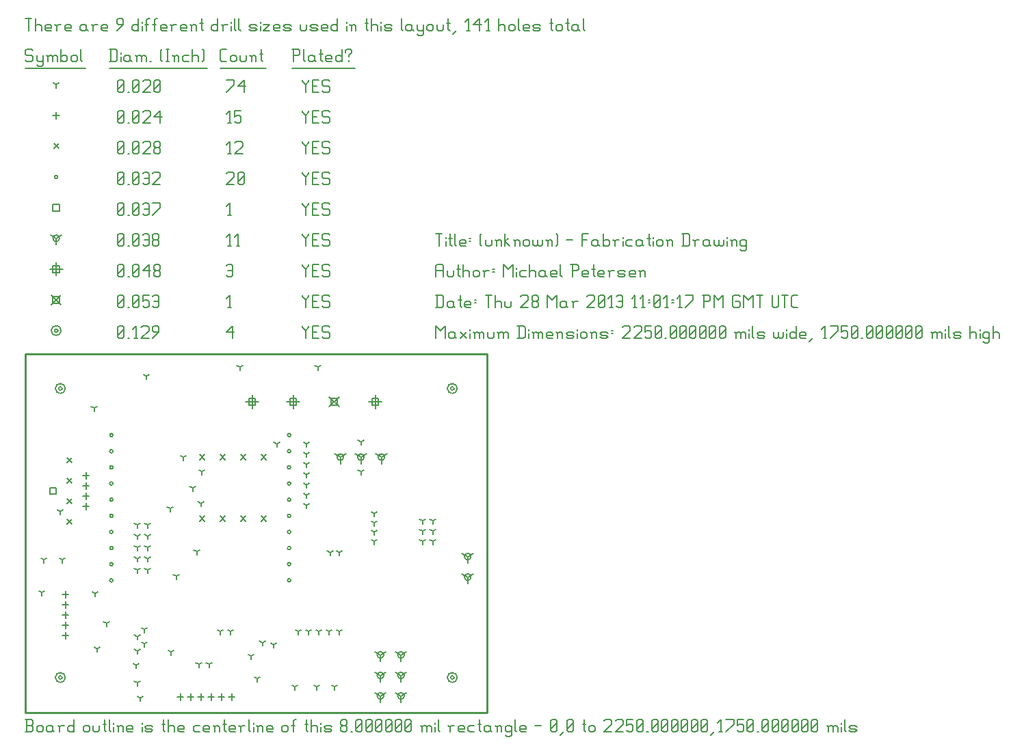
<source format=gbr>
G04 start of page 11 for group -3984 idx -3984 *
G04 Title: (unknown), fab *
G04 Creator: pcb 20110918 *
G04 CreationDate: Thu 28 Mar 2013 11:01:16 PM GMT UTC *
G04 For: railfan *
G04 Format: Gerber/RS-274X *
G04 PCB-Dimensions: 225000 175000 *
G04 PCB-Coordinate-Origin: lower left *
%MOIN*%
%FSLAX25Y25*%
%LNFAB*%
%ADD120C,0.0100*%
%ADD119C,0.0060*%
%ADD118R,0.0080X0.0080*%
G54D118*X16200Y17000D02*G75*G03X17800Y17000I800J0D01*G01*
G75*G03X16200Y17000I-800J0D01*G01*
X14600D02*G75*G03X19400Y17000I2400J0D01*G01*
G75*G03X14600Y17000I-2400J0D01*G01*
X207200D02*G75*G03X208800Y17000I800J0D01*G01*
G75*G03X207200Y17000I-800J0D01*G01*
X205600D02*G75*G03X210400Y17000I2400J0D01*G01*
G75*G03X205600Y17000I-2400J0D01*G01*
X16200Y158000D02*G75*G03X17800Y158000I800J0D01*G01*
G75*G03X16200Y158000I-800J0D01*G01*
X14600D02*G75*G03X19400Y158000I2400J0D01*G01*
G75*G03X14600Y158000I-2400J0D01*G01*
X207200D02*G75*G03X208800Y158000I800J0D01*G01*
G75*G03X207200Y158000I-800J0D01*G01*
X205600D02*G75*G03X210400Y158000I2400J0D01*G01*
G75*G03X205600Y158000I-2400J0D01*G01*
X14200Y186250D02*G75*G03X15800Y186250I800J0D01*G01*
G75*G03X14200Y186250I-800J0D01*G01*
X12600D02*G75*G03X17400Y186250I2400J0D01*G01*
G75*G03X12600Y186250I-2400J0D01*G01*
G54D119*X135000Y188500D02*Y187750D01*
X136500Y186250D01*
X138000Y187750D01*
Y188500D02*Y187750D01*
X136500Y186250D02*Y182500D01*
X139800Y185500D02*X142050D01*
X139800Y182500D02*X142800D01*
X139800Y188500D02*Y182500D01*
Y188500D02*X142800D01*
X147600D02*X148350Y187750D01*
X145350Y188500D02*X147600D01*
X144600Y187750D02*X145350Y188500D01*
X144600Y187750D02*Y186250D01*
X145350Y185500D01*
X147600D01*
X148350Y184750D01*
Y183250D01*
X147600Y182500D02*X148350Y183250D01*
X145350Y182500D02*X147600D01*
X144600Y183250D02*X145350Y182500D01*
X98000Y185500D02*X101000Y188500D01*
X98000Y185500D02*X101750D01*
X101000Y188500D02*Y182500D01*
X45000Y183250D02*X45750Y182500D01*
X45000Y187750D02*Y183250D01*
Y187750D02*X45750Y188500D01*
X47250D01*
X48000Y187750D01*
Y183250D01*
X47250Y182500D02*X48000Y183250D01*
X45750Y182500D02*X47250D01*
X45000Y184000D02*X48000Y187000D01*
X49800Y182500D02*X50550D01*
X53100D02*X54600D01*
X53850Y188500D02*Y182500D01*
X52350Y187000D02*X53850Y188500D01*
X56400Y187750D02*X57150Y188500D01*
X59400D01*
X60150Y187750D01*
Y186250D01*
X56400Y182500D02*X60150Y186250D01*
X56400Y182500D02*X60150D01*
X61950D02*X64950Y185500D01*
Y187750D02*Y185500D01*
X64200Y188500D02*X64950Y187750D01*
X62700Y188500D02*X64200D01*
X61950Y187750D02*X62700Y188500D01*
X61950Y187750D02*Y186250D01*
X62700Y185500D01*
X64950D01*
X148100Y153900D02*X152900Y149100D01*
X148100D02*X152900Y153900D01*
X148900Y153100D02*X152100D01*
X148900D02*Y149900D01*
X152100D01*
Y153100D02*Y149900D01*
X12600Y203650D02*X17400Y198850D01*
X12600D02*X17400Y203650D01*
X13400Y202850D02*X16600D01*
X13400D02*Y199650D01*
X16600D01*
Y202850D02*Y199650D01*
X135000Y203500D02*Y202750D01*
X136500Y201250D01*
X138000Y202750D01*
Y203500D02*Y202750D01*
X136500Y201250D02*Y197500D01*
X139800Y200500D02*X142050D01*
X139800Y197500D02*X142800D01*
X139800Y203500D02*Y197500D01*
Y203500D02*X142800D01*
X147600D02*X148350Y202750D01*
X145350Y203500D02*X147600D01*
X144600Y202750D02*X145350Y203500D01*
X144600Y202750D02*Y201250D01*
X145350Y200500D01*
X147600D01*
X148350Y199750D01*
Y198250D01*
X147600Y197500D02*X148350Y198250D01*
X145350Y197500D02*X147600D01*
X144600Y198250D02*X145350Y197500D01*
X98750D02*X100250D01*
X99500Y203500D02*Y197500D01*
X98000Y202000D02*X99500Y203500D01*
X45000Y198250D02*X45750Y197500D01*
X45000Y202750D02*Y198250D01*
Y202750D02*X45750Y203500D01*
X47250D01*
X48000Y202750D01*
Y198250D01*
X47250Y197500D02*X48000Y198250D01*
X45750Y197500D02*X47250D01*
X45000Y199000D02*X48000Y202000D01*
X49800Y197500D02*X50550D01*
X52350Y198250D02*X53100Y197500D01*
X52350Y202750D02*Y198250D01*
Y202750D02*X53100Y203500D01*
X54600D01*
X55350Y202750D01*
Y198250D01*
X54600Y197500D02*X55350Y198250D01*
X53100Y197500D02*X54600D01*
X52350Y199000D02*X55350Y202000D01*
X57150Y203500D02*X60150D01*
X57150D02*Y200500D01*
X57900Y201250D01*
X59400D01*
X60150Y200500D01*
Y198250D01*
X59400Y197500D02*X60150Y198250D01*
X57900Y197500D02*X59400D01*
X57150Y198250D02*X57900Y197500D01*
X61950Y202750D02*X62700Y203500D01*
X64200D01*
X64950Y202750D01*
Y198250D01*
X64200Y197500D02*X64950Y198250D01*
X62700Y197500D02*X64200D01*
X61950Y198250D02*X62700Y197500D01*
Y200500D02*X64950D01*
X170500Y154700D02*Y148300D01*
X167300Y151500D02*X173700D01*
X168900Y153100D02*X172100D01*
X168900D02*Y149900D01*
X172100D01*
Y153100D02*Y149900D01*
X130500Y154700D02*Y148300D01*
X127300Y151500D02*X133700D01*
X128900Y153100D02*X132100D01*
X128900D02*Y149900D01*
X132100D01*
Y153100D02*Y149900D01*
X110500Y154700D02*Y148300D01*
X107300Y151500D02*X113700D01*
X108900Y153100D02*X112100D01*
X108900D02*Y149900D01*
X112100D01*
Y153100D02*Y149900D01*
X15000Y219450D02*Y213050D01*
X11800Y216250D02*X18200D01*
X13400Y217850D02*X16600D01*
X13400D02*Y214650D01*
X16600D01*
Y217850D02*Y214650D01*
X135000Y218500D02*Y217750D01*
X136500Y216250D01*
X138000Y217750D01*
Y218500D02*Y217750D01*
X136500Y216250D02*Y212500D01*
X139800Y215500D02*X142050D01*
X139800Y212500D02*X142800D01*
X139800Y218500D02*Y212500D01*
Y218500D02*X142800D01*
X147600D02*X148350Y217750D01*
X145350Y218500D02*X147600D01*
X144600Y217750D02*X145350Y218500D01*
X144600Y217750D02*Y216250D01*
X145350Y215500D01*
X147600D01*
X148350Y214750D01*
Y213250D01*
X147600Y212500D02*X148350Y213250D01*
X145350Y212500D02*X147600D01*
X144600Y213250D02*X145350Y212500D01*
X98000Y217750D02*X98750Y218500D01*
X100250D01*
X101000Y217750D01*
Y213250D01*
X100250Y212500D02*X101000Y213250D01*
X98750Y212500D02*X100250D01*
X98000Y213250D02*X98750Y212500D01*
Y215500D02*X101000D01*
X45000Y213250D02*X45750Y212500D01*
X45000Y217750D02*Y213250D01*
Y217750D02*X45750Y218500D01*
X47250D01*
X48000Y217750D01*
Y213250D01*
X47250Y212500D02*X48000Y213250D01*
X45750Y212500D02*X47250D01*
X45000Y214000D02*X48000Y217000D01*
X49800Y212500D02*X50550D01*
X52350Y213250D02*X53100Y212500D01*
X52350Y217750D02*Y213250D01*
Y217750D02*X53100Y218500D01*
X54600D01*
X55350Y217750D01*
Y213250D01*
X54600Y212500D02*X55350Y213250D01*
X53100Y212500D02*X54600D01*
X52350Y214000D02*X55350Y217000D01*
X57150Y215500D02*X60150Y218500D01*
X57150Y215500D02*X60900D01*
X60150Y218500D02*Y212500D01*
X62700Y213250D02*X63450Y212500D01*
X62700Y214750D02*Y213250D01*
Y214750D02*X63450Y215500D01*
X64950D01*
X65700Y214750D01*
Y213250D01*
X64950Y212500D02*X65700Y213250D01*
X63450Y212500D02*X64950D01*
X62700Y216250D02*X63450Y215500D01*
X62700Y217750D02*Y216250D01*
Y217750D02*X63450Y218500D01*
X64950D01*
X65700Y217750D01*
Y216250D01*
X64950Y215500D02*X65700Y216250D01*
X173500Y124500D02*Y121300D01*
Y124500D02*X176273Y126100D01*
X173500Y124500D02*X170727Y126100D01*
X171900Y124500D02*G75*G03X175100Y124500I1600J0D01*G01*
G75*G03X171900Y124500I-1600J0D01*G01*
X163500D02*Y121300D01*
Y124500D02*X166273Y126100D01*
X163500Y124500D02*X160727Y126100D01*
X161900Y124500D02*G75*G03X165100Y124500I1600J0D01*G01*
G75*G03X161900Y124500I-1600J0D01*G01*
X153500D02*Y121300D01*
Y124500D02*X156273Y126100D01*
X153500Y124500D02*X150727Y126100D01*
X151900Y124500D02*G75*G03X155100Y124500I1600J0D01*G01*
G75*G03X151900Y124500I-1600J0D01*G01*
X215500Y76000D02*Y72800D01*
Y76000D02*X218273Y77600D01*
X215500Y76000D02*X212727Y77600D01*
X213900Y76000D02*G75*G03X217100Y76000I1600J0D01*G01*
G75*G03X213900Y76000I-1600J0D01*G01*
X215500Y66000D02*Y62800D01*
Y66000D02*X218273Y67600D01*
X215500Y66000D02*X212727Y67600D01*
X213900Y66000D02*G75*G03X217100Y66000I1600J0D01*G01*
G75*G03X213900Y66000I-1600J0D01*G01*
X173000Y28000D02*Y24800D01*
Y28000D02*X175773Y29600D01*
X173000Y28000D02*X170227Y29600D01*
X171400Y28000D02*G75*G03X174600Y28000I1600J0D01*G01*
G75*G03X171400Y28000I-1600J0D01*G01*
X173000Y18000D02*Y14800D01*
Y18000D02*X175773Y19600D01*
X173000Y18000D02*X170227Y19600D01*
X171400Y18000D02*G75*G03X174600Y18000I1600J0D01*G01*
G75*G03X171400Y18000I-1600J0D01*G01*
X173000Y8000D02*Y4800D01*
Y8000D02*X175773Y9600D01*
X173000Y8000D02*X170227Y9600D01*
X171400Y8000D02*G75*G03X174600Y8000I1600J0D01*G01*
G75*G03X171400Y8000I-1600J0D01*G01*
X183000Y28000D02*Y24800D01*
Y28000D02*X185773Y29600D01*
X183000Y28000D02*X180227Y29600D01*
X181400Y28000D02*G75*G03X184600Y28000I1600J0D01*G01*
G75*G03X181400Y28000I-1600J0D01*G01*
X183000Y18000D02*Y14800D01*
Y18000D02*X185773Y19600D01*
X183000Y18000D02*X180227Y19600D01*
X181400Y18000D02*G75*G03X184600Y18000I1600J0D01*G01*
G75*G03X181400Y18000I-1600J0D01*G01*
X183000Y8000D02*Y4800D01*
Y8000D02*X185773Y9600D01*
X183000Y8000D02*X180227Y9600D01*
X181400Y8000D02*G75*G03X184600Y8000I1600J0D01*G01*
G75*G03X181400Y8000I-1600J0D01*G01*
X15000Y231250D02*Y228050D01*
Y231250D02*X17773Y232850D01*
X15000Y231250D02*X12227Y232850D01*
X13400Y231250D02*G75*G03X16600Y231250I1600J0D01*G01*
G75*G03X13400Y231250I-1600J0D01*G01*
X135000Y233500D02*Y232750D01*
X136500Y231250D01*
X138000Y232750D01*
Y233500D02*Y232750D01*
X136500Y231250D02*Y227500D01*
X139800Y230500D02*X142050D01*
X139800Y227500D02*X142800D01*
X139800Y233500D02*Y227500D01*
Y233500D02*X142800D01*
X147600D02*X148350Y232750D01*
X145350Y233500D02*X147600D01*
X144600Y232750D02*X145350Y233500D01*
X144600Y232750D02*Y231250D01*
X145350Y230500D01*
X147600D01*
X148350Y229750D01*
Y228250D01*
X147600Y227500D02*X148350Y228250D01*
X145350Y227500D02*X147600D01*
X144600Y228250D02*X145350Y227500D01*
X98750D02*X100250D01*
X99500Y233500D02*Y227500D01*
X98000Y232000D02*X99500Y233500D01*
X102800Y227500D02*X104300D01*
X103550Y233500D02*Y227500D01*
X102050Y232000D02*X103550Y233500D01*
X45000Y228250D02*X45750Y227500D01*
X45000Y232750D02*Y228250D01*
Y232750D02*X45750Y233500D01*
X47250D01*
X48000Y232750D01*
Y228250D01*
X47250Y227500D02*X48000Y228250D01*
X45750Y227500D02*X47250D01*
X45000Y229000D02*X48000Y232000D01*
X49800Y227500D02*X50550D01*
X52350Y228250D02*X53100Y227500D01*
X52350Y232750D02*Y228250D01*
Y232750D02*X53100Y233500D01*
X54600D01*
X55350Y232750D01*
Y228250D01*
X54600Y227500D02*X55350Y228250D01*
X53100Y227500D02*X54600D01*
X52350Y229000D02*X55350Y232000D01*
X57150Y232750D02*X57900Y233500D01*
X59400D01*
X60150Y232750D01*
Y228250D01*
X59400Y227500D02*X60150Y228250D01*
X57900Y227500D02*X59400D01*
X57150Y228250D02*X57900Y227500D01*
Y230500D02*X60150D01*
X61950Y228250D02*X62700Y227500D01*
X61950Y229750D02*Y228250D01*
Y229750D02*X62700Y230500D01*
X64200D01*
X64950Y229750D01*
Y228250D01*
X64200Y227500D02*X64950Y228250D01*
X62700Y227500D02*X64200D01*
X61950Y231250D02*X62700Y230500D01*
X61950Y232750D02*Y231250D01*
Y232750D02*X62700Y233500D01*
X64200D01*
X64950Y232750D01*
Y231250D01*
X64200Y230500D02*X64950Y231250D01*
X11900Y109600D02*X15100D01*
X11900D02*Y106400D01*
X15100D01*
Y109600D02*Y106400D01*
X13400Y247850D02*X16600D01*
X13400D02*Y244650D01*
X16600D01*
Y247850D02*Y244650D01*
X135000Y248500D02*Y247750D01*
X136500Y246250D01*
X138000Y247750D01*
Y248500D02*Y247750D01*
X136500Y246250D02*Y242500D01*
X139800Y245500D02*X142050D01*
X139800Y242500D02*X142800D01*
X139800Y248500D02*Y242500D01*
Y248500D02*X142800D01*
X147600D02*X148350Y247750D01*
X145350Y248500D02*X147600D01*
X144600Y247750D02*X145350Y248500D01*
X144600Y247750D02*Y246250D01*
X145350Y245500D01*
X147600D01*
X148350Y244750D01*
Y243250D01*
X147600Y242500D02*X148350Y243250D01*
X145350Y242500D02*X147600D01*
X144600Y243250D02*X145350Y242500D01*
X98750D02*X100250D01*
X99500Y248500D02*Y242500D01*
X98000Y247000D02*X99500Y248500D01*
X45000Y243250D02*X45750Y242500D01*
X45000Y247750D02*Y243250D01*
Y247750D02*X45750Y248500D01*
X47250D01*
X48000Y247750D01*
Y243250D01*
X47250Y242500D02*X48000Y243250D01*
X45750Y242500D02*X47250D01*
X45000Y244000D02*X48000Y247000D01*
X49800Y242500D02*X50550D01*
X52350Y243250D02*X53100Y242500D01*
X52350Y247750D02*Y243250D01*
Y247750D02*X53100Y248500D01*
X54600D01*
X55350Y247750D01*
Y243250D01*
X54600Y242500D02*X55350Y243250D01*
X53100Y242500D02*X54600D01*
X52350Y244000D02*X55350Y247000D01*
X57150Y247750D02*X57900Y248500D01*
X59400D01*
X60150Y247750D01*
Y243250D01*
X59400Y242500D02*X60150Y243250D01*
X57900Y242500D02*X59400D01*
X57150Y243250D02*X57900Y242500D01*
Y245500D02*X60150D01*
X61950Y242500D02*X65700Y246250D01*
Y248500D02*Y246250D01*
X61950Y248500D02*X65700D01*
X41086Y135248D02*G75*G03X42686Y135248I800J0D01*G01*
G75*G03X41086Y135248I-800J0D01*G01*
Y127374D02*G75*G03X42686Y127374I800J0D01*G01*
G75*G03X41086Y127374I-800J0D01*G01*
Y119500D02*G75*G03X42686Y119500I800J0D01*G01*
G75*G03X41086Y119500I-800J0D01*G01*
Y111626D02*G75*G03X42686Y111626I800J0D01*G01*
G75*G03X41086Y111626I-800J0D01*G01*
Y103752D02*G75*G03X42686Y103752I800J0D01*G01*
G75*G03X41086Y103752I-800J0D01*G01*
Y95878D02*G75*G03X42686Y95878I800J0D01*G01*
G75*G03X41086Y95878I-800J0D01*G01*
Y88004D02*G75*G03X42686Y88004I800J0D01*G01*
G75*G03X41086Y88004I-800J0D01*G01*
Y80130D02*G75*G03X42686Y80130I800J0D01*G01*
G75*G03X41086Y80130I-800J0D01*G01*
Y72256D02*G75*G03X42686Y72256I800J0D01*G01*
G75*G03X41086Y72256I-800J0D01*G01*
Y64382D02*G75*G03X42686Y64382I800J0D01*G01*
G75*G03X41086Y64382I-800J0D01*G01*
X127700Y135248D02*G75*G03X129300Y135248I800J0D01*G01*
G75*G03X127700Y135248I-800J0D01*G01*
Y127374D02*G75*G03X129300Y127374I800J0D01*G01*
G75*G03X127700Y127374I-800J0D01*G01*
Y119500D02*G75*G03X129300Y119500I800J0D01*G01*
G75*G03X127700Y119500I-800J0D01*G01*
Y111626D02*G75*G03X129300Y111626I800J0D01*G01*
G75*G03X127700Y111626I-800J0D01*G01*
Y103752D02*G75*G03X129300Y103752I800J0D01*G01*
G75*G03X127700Y103752I-800J0D01*G01*
Y95878D02*G75*G03X129300Y95878I800J0D01*G01*
G75*G03X127700Y95878I-800J0D01*G01*
Y88004D02*G75*G03X129300Y88004I800J0D01*G01*
G75*G03X127700Y88004I-800J0D01*G01*
Y80130D02*G75*G03X129300Y80130I800J0D01*G01*
G75*G03X127700Y80130I-800J0D01*G01*
Y72256D02*G75*G03X129300Y72256I800J0D01*G01*
G75*G03X127700Y72256I-800J0D01*G01*
Y64382D02*G75*G03X129300Y64382I800J0D01*G01*
G75*G03X127700Y64382I-800J0D01*G01*
X14200Y261250D02*G75*G03X15800Y261250I800J0D01*G01*
G75*G03X14200Y261250I-800J0D01*G01*
X135000Y263500D02*Y262750D01*
X136500Y261250D01*
X138000Y262750D01*
Y263500D02*Y262750D01*
X136500Y261250D02*Y257500D01*
X139800Y260500D02*X142050D01*
X139800Y257500D02*X142800D01*
X139800Y263500D02*Y257500D01*
Y263500D02*X142800D01*
X147600D02*X148350Y262750D01*
X145350Y263500D02*X147600D01*
X144600Y262750D02*X145350Y263500D01*
X144600Y262750D02*Y261250D01*
X145350Y260500D01*
X147600D01*
X148350Y259750D01*
Y258250D01*
X147600Y257500D02*X148350Y258250D01*
X145350Y257500D02*X147600D01*
X144600Y258250D02*X145350Y257500D01*
X98000Y262750D02*X98750Y263500D01*
X101000D01*
X101750Y262750D01*
Y261250D01*
X98000Y257500D02*X101750Y261250D01*
X98000Y257500D02*X101750D01*
X103550Y258250D02*X104300Y257500D01*
X103550Y262750D02*Y258250D01*
Y262750D02*X104300Y263500D01*
X105800D01*
X106550Y262750D01*
Y258250D01*
X105800Y257500D02*X106550Y258250D01*
X104300Y257500D02*X105800D01*
X103550Y259000D02*X106550Y262000D01*
X45000Y258250D02*X45750Y257500D01*
X45000Y262750D02*Y258250D01*
Y262750D02*X45750Y263500D01*
X47250D01*
X48000Y262750D01*
Y258250D01*
X47250Y257500D02*X48000Y258250D01*
X45750Y257500D02*X47250D01*
X45000Y259000D02*X48000Y262000D01*
X49800Y257500D02*X50550D01*
X52350Y258250D02*X53100Y257500D01*
X52350Y262750D02*Y258250D01*
Y262750D02*X53100Y263500D01*
X54600D01*
X55350Y262750D01*
Y258250D01*
X54600Y257500D02*X55350Y258250D01*
X53100Y257500D02*X54600D01*
X52350Y259000D02*X55350Y262000D01*
X57150Y262750D02*X57900Y263500D01*
X59400D01*
X60150Y262750D01*
Y258250D01*
X59400Y257500D02*X60150Y258250D01*
X57900Y257500D02*X59400D01*
X57150Y258250D02*X57900Y257500D01*
Y260500D02*X60150D01*
X61950Y262750D02*X62700Y263500D01*
X64950D01*
X65700Y262750D01*
Y261250D01*
X61950Y257500D02*X65700Y261250D01*
X61950Y257500D02*X65700D01*
X20300Y124200D02*X22700Y121800D01*
X20300D02*X22700Y124200D01*
X20300Y114200D02*X22700Y111800D01*
X20300D02*X22700Y114200D01*
X20300Y104200D02*X22700Y101800D01*
X20300D02*X22700Y104200D01*
X20300Y94200D02*X22700Y91800D01*
X20300D02*X22700Y94200D01*
X84800Y95700D02*X87200Y93300D01*
X84800D02*X87200Y95700D01*
X94800D02*X97200Y93300D01*
X94800D02*X97200Y95700D01*
X104800D02*X107200Y93300D01*
X104800D02*X107200Y95700D01*
X114800D02*X117200Y93300D01*
X114800D02*X117200Y95700D01*
X114800Y125700D02*X117200Y123300D01*
X114800D02*X117200Y125700D01*
X104800D02*X107200Y123300D01*
X104800D02*X107200Y125700D01*
X94800D02*X97200Y123300D01*
X94800D02*X97200Y125700D01*
X84800D02*X87200Y123300D01*
X84800D02*X87200Y125700D01*
X13800Y277450D02*X16200Y275050D01*
X13800D02*X16200Y277450D01*
X135000Y278500D02*Y277750D01*
X136500Y276250D01*
X138000Y277750D01*
Y278500D02*Y277750D01*
X136500Y276250D02*Y272500D01*
X139800Y275500D02*X142050D01*
X139800Y272500D02*X142800D01*
X139800Y278500D02*Y272500D01*
Y278500D02*X142800D01*
X147600D02*X148350Y277750D01*
X145350Y278500D02*X147600D01*
X144600Y277750D02*X145350Y278500D01*
X144600Y277750D02*Y276250D01*
X145350Y275500D01*
X147600D01*
X148350Y274750D01*
Y273250D01*
X147600Y272500D02*X148350Y273250D01*
X145350Y272500D02*X147600D01*
X144600Y273250D02*X145350Y272500D01*
X98750D02*X100250D01*
X99500Y278500D02*Y272500D01*
X98000Y277000D02*X99500Y278500D01*
X102050Y277750D02*X102800Y278500D01*
X105050D01*
X105800Y277750D01*
Y276250D01*
X102050Y272500D02*X105800Y276250D01*
X102050Y272500D02*X105800D01*
X45000Y273250D02*X45750Y272500D01*
X45000Y277750D02*Y273250D01*
Y277750D02*X45750Y278500D01*
X47250D01*
X48000Y277750D01*
Y273250D01*
X47250Y272500D02*X48000Y273250D01*
X45750Y272500D02*X47250D01*
X45000Y274000D02*X48000Y277000D01*
X49800Y272500D02*X50550D01*
X52350Y273250D02*X53100Y272500D01*
X52350Y277750D02*Y273250D01*
Y277750D02*X53100Y278500D01*
X54600D01*
X55350Y277750D01*
Y273250D01*
X54600Y272500D02*X55350Y273250D01*
X53100Y272500D02*X54600D01*
X52350Y274000D02*X55350Y277000D01*
X57150Y277750D02*X57900Y278500D01*
X60150D01*
X60900Y277750D01*
Y276250D01*
X57150Y272500D02*X60900Y276250D01*
X57150Y272500D02*X60900D01*
X62700Y273250D02*X63450Y272500D01*
X62700Y274750D02*Y273250D01*
Y274750D02*X63450Y275500D01*
X64950D01*
X65700Y274750D01*
Y273250D01*
X64950Y272500D02*X65700Y273250D01*
X63450Y272500D02*X64950D01*
X62700Y276250D02*X63450Y275500D01*
X62700Y277750D02*Y276250D01*
Y277750D02*X63450Y278500D01*
X64950D01*
X65700Y277750D01*
Y276250D01*
X64950Y275500D02*X65700Y276250D01*
X29500Y117100D02*Y113900D01*
X27900Y115500D02*X31100D01*
X29500Y112100D02*Y108900D01*
X27900Y110500D02*X31100D01*
X29500Y107100D02*Y103900D01*
X27900Y105500D02*X31100D01*
X29500Y102100D02*Y98900D01*
X27900Y100500D02*X31100D01*
X19500Y59100D02*Y55900D01*
X17900Y57500D02*X21100D01*
X19500Y54100D02*Y50900D01*
X17900Y52500D02*X21100D01*
X19500Y49100D02*Y45900D01*
X17900Y47500D02*X21100D01*
X19500Y44100D02*Y40900D01*
X17900Y42500D02*X21100D01*
X19500Y39100D02*Y35900D01*
X17900Y37500D02*X21100D01*
X100500Y9100D02*Y5900D01*
X98900Y7500D02*X102100D01*
X95500Y9100D02*Y5900D01*
X93900Y7500D02*X97100D01*
X90500Y9100D02*Y5900D01*
X88900Y7500D02*X92100D01*
X85500Y9100D02*Y5900D01*
X83900Y7500D02*X87100D01*
X80500Y9100D02*Y5900D01*
X78900Y7500D02*X82100D01*
X75500Y9100D02*Y5900D01*
X73900Y7500D02*X77100D01*
X15000Y292850D02*Y289650D01*
X13400Y291250D02*X16600D01*
X135000Y293500D02*Y292750D01*
X136500Y291250D01*
X138000Y292750D01*
Y293500D02*Y292750D01*
X136500Y291250D02*Y287500D01*
X139800Y290500D02*X142050D01*
X139800Y287500D02*X142800D01*
X139800Y293500D02*Y287500D01*
Y293500D02*X142800D01*
X147600D02*X148350Y292750D01*
X145350Y293500D02*X147600D01*
X144600Y292750D02*X145350Y293500D01*
X144600Y292750D02*Y291250D01*
X145350Y290500D01*
X147600D01*
X148350Y289750D01*
Y288250D01*
X147600Y287500D02*X148350Y288250D01*
X145350Y287500D02*X147600D01*
X144600Y288250D02*X145350Y287500D01*
X98750D02*X100250D01*
X99500Y293500D02*Y287500D01*
X98000Y292000D02*X99500Y293500D01*
X102050D02*X105050D01*
X102050D02*Y290500D01*
X102800Y291250D01*
X104300D01*
X105050Y290500D01*
Y288250D01*
X104300Y287500D02*X105050Y288250D01*
X102800Y287500D02*X104300D01*
X102050Y288250D02*X102800Y287500D01*
X45000Y288250D02*X45750Y287500D01*
X45000Y292750D02*Y288250D01*
Y292750D02*X45750Y293500D01*
X47250D01*
X48000Y292750D01*
Y288250D01*
X47250Y287500D02*X48000Y288250D01*
X45750Y287500D02*X47250D01*
X45000Y289000D02*X48000Y292000D01*
X49800Y287500D02*X50550D01*
X52350Y288250D02*X53100Y287500D01*
X52350Y292750D02*Y288250D01*
Y292750D02*X53100Y293500D01*
X54600D01*
X55350Y292750D01*
Y288250D01*
X54600Y287500D02*X55350Y288250D01*
X53100Y287500D02*X54600D01*
X52350Y289000D02*X55350Y292000D01*
X57150Y292750D02*X57900Y293500D01*
X60150D01*
X60900Y292750D01*
Y291250D01*
X57150Y287500D02*X60900Y291250D01*
X57150Y287500D02*X60900D01*
X62700Y290500D02*X65700Y293500D01*
X62700Y290500D02*X66450D01*
X65700Y293500D02*Y287500D01*
X150606Y12500D02*Y10900D01*
Y12500D02*X151993Y13300D01*
X150606Y12500D02*X149219Y13300D01*
X131394Y12500D02*Y10900D01*
Y12500D02*X132781Y13300D01*
X131394Y12500D02*X130007Y13300D01*
X85500Y102000D02*Y100400D01*
Y102000D02*X86887Y102800D01*
X85500Y102000D02*X84113Y102800D01*
X77000Y124500D02*Y122900D01*
Y124500D02*X78387Y125300D01*
X77000Y124500D02*X75613Y125300D01*
X170000Y83500D02*Y81900D01*
Y83500D02*X171387Y84300D01*
X170000Y83500D02*X168613Y84300D01*
X170000Y97000D02*Y95400D01*
Y97000D02*X171387Y97800D01*
X170000Y97000D02*X168613Y97800D01*
X170000Y88000D02*Y86400D01*
Y88000D02*X171387Y88800D01*
X170000Y88000D02*X168613Y88800D01*
X153000Y78000D02*Y76400D01*
Y78000D02*X154387Y78800D01*
X153000Y78000D02*X151613Y78800D01*
X148500Y78000D02*Y76400D01*
Y78000D02*X149887Y78800D01*
X148500Y78000D02*X147113Y78800D01*
X193500Y93500D02*Y91900D01*
Y93500D02*X194887Y94300D01*
X193500Y93500D02*X192113Y94300D01*
X142500Y168500D02*Y166900D01*
Y168500D02*X143887Y169300D01*
X142500Y168500D02*X141113Y169300D01*
X104500Y168500D02*Y166900D01*
Y168500D02*X105887Y169300D01*
X104500Y168500D02*X103113Y169300D01*
X198500Y93500D02*Y91900D01*
Y93500D02*X199887Y94300D01*
X198500Y93500D02*X197113Y94300D01*
X170000Y92500D02*Y90900D01*
Y92500D02*X171387Y93300D01*
X170000Y92500D02*X168613Y93300D01*
X142000Y12500D02*Y10900D01*
Y12500D02*X143387Y13300D01*
X142000Y12500D02*X140613Y13300D01*
X137000Y101000D02*Y99400D01*
Y101000D02*X138387Y101800D01*
X137000Y101000D02*X135613Y101800D01*
X89500Y23500D02*Y21900D01*
Y23500D02*X90887Y24300D01*
X89500Y23500D02*X88113Y24300D01*
X137000Y131000D02*Y129400D01*
Y131000D02*X138387Y131800D01*
X137000Y131000D02*X135613Y131800D01*
X137000Y126000D02*Y124400D01*
Y126000D02*X138387Y126800D01*
X137000Y126000D02*X135613Y126800D01*
X137000Y121000D02*Y119400D01*
Y121000D02*X138387Y121800D01*
X137000Y121000D02*X135613Y121800D01*
X137000Y116000D02*Y114400D01*
Y116000D02*X138387Y116800D01*
X137000Y116000D02*X135613Y116800D01*
X137000Y111000D02*Y109400D01*
Y111000D02*X138387Y111800D01*
X137000Y111000D02*X135613Y111800D01*
X137000Y106000D02*Y104400D01*
Y106000D02*X138387Y106800D01*
X137000Y106000D02*X135613Y106800D01*
X59500Y86000D02*Y84400D01*
Y86000D02*X60887Y86800D01*
X59500Y86000D02*X58113Y86800D01*
X34000Y58000D02*Y56400D01*
Y58000D02*X35387Y58800D01*
X34000Y58000D02*X32613Y58800D01*
X54500Y86000D02*Y84400D01*
Y86000D02*X55887Y86800D01*
X54500Y86000D02*X53113Y86800D01*
X54500Y91500D02*Y89900D01*
Y91500D02*X55887Y92300D01*
X54500Y91500D02*X53113Y92300D01*
X122500Y131000D02*Y129400D01*
Y131000D02*X123887Y131800D01*
X122500Y131000D02*X121113Y131800D01*
X59500Y91500D02*Y89900D01*
Y91500D02*X60887Y92300D01*
X59500Y91500D02*X58113Y92300D01*
X193500Y83500D02*Y81900D01*
Y83500D02*X194887Y84300D01*
X193500Y83500D02*X192113Y84300D01*
X59500Y80500D02*Y78900D01*
Y80500D02*X60887Y81300D01*
X59500Y80500D02*X58113Y81300D01*
X54500Y80500D02*Y78900D01*
Y80500D02*X55887Y81300D01*
X54500Y80500D02*X53113Y81300D01*
X115500Y34000D02*Y32400D01*
Y34000D02*X116887Y34800D01*
X115500Y34000D02*X114113Y34800D01*
X143000Y39500D02*Y37900D01*
Y39500D02*X144387Y40300D01*
X143000Y39500D02*X141613Y40300D01*
X148000Y39500D02*Y37900D01*
Y39500D02*X149387Y40300D01*
X148000Y39500D02*X146613Y40300D01*
X153000Y39500D02*Y37900D01*
Y39500D02*X154387Y40300D01*
X153000Y39500D02*X151613Y40300D01*
X138000Y39500D02*Y37900D01*
Y39500D02*X139387Y40300D01*
X138000Y39500D02*X136613Y40300D01*
X133000Y39500D02*Y37900D01*
Y39500D02*X134387Y40300D01*
X133000Y39500D02*X131613Y40300D01*
X95000Y39500D02*Y37900D01*
Y39500D02*X96387Y40300D01*
X95000Y39500D02*X93613Y40300D01*
X100000Y39500D02*Y37900D01*
Y39500D02*X101387Y40300D01*
X100000Y39500D02*X98613Y40300D01*
X73500Y66500D02*Y64900D01*
Y66500D02*X74887Y67300D01*
X73500Y66500D02*X72113Y67300D01*
X198500Y83500D02*Y81900D01*
Y83500D02*X199887Y84300D01*
X198500Y83500D02*X197113Y84300D01*
X58000Y40500D02*Y38900D01*
Y40500D02*X59387Y41300D01*
X58000Y40500D02*X56613Y41300D01*
X54500Y37000D02*Y35400D01*
Y37000D02*X55887Y37800D01*
X54500Y37000D02*X53113Y37800D01*
X58000Y33500D02*Y31900D01*
Y33500D02*X59387Y34300D01*
X58000Y33500D02*X56613Y34300D01*
X70500Y99500D02*Y97900D01*
Y99500D02*X71887Y100300D01*
X70500Y99500D02*X69113Y100300D01*
X81500Y109500D02*Y107900D01*
Y109500D02*X82887Y110300D01*
X81500Y109500D02*X80113Y110300D01*
X86000Y117500D02*Y115900D01*
Y117500D02*X87387Y118300D01*
X86000Y117500D02*X84613Y118300D01*
X83500Y78500D02*Y76900D01*
Y78500D02*X84887Y79300D01*
X83500Y78500D02*X82113Y79300D01*
X121000Y33000D02*Y31400D01*
Y33000D02*X122387Y33800D01*
X121000Y33000D02*X119613Y33800D01*
X33500Y148500D02*Y146900D01*
Y148500D02*X34887Y149300D01*
X33500Y148500D02*X32113Y149300D01*
X84500Y23500D02*Y21900D01*
Y23500D02*X85887Y24300D01*
X84500Y23500D02*X83113Y24300D01*
X59500Y75000D02*Y73400D01*
Y75000D02*X60887Y75800D01*
X59500Y75000D02*X58113Y75800D01*
X54500Y75000D02*Y73400D01*
Y75000D02*X55887Y75800D01*
X54500Y75000D02*X53113Y75800D01*
X59500Y69500D02*Y67900D01*
Y69500D02*X60887Y70300D01*
X59500Y69500D02*X58113Y70300D01*
X54500Y69500D02*Y67900D01*
Y69500D02*X55887Y70300D01*
X54500Y69500D02*X53113Y70300D01*
X193500Y88500D02*Y86900D01*
Y88500D02*X194887Y89300D01*
X193500Y88500D02*X192113Y89300D01*
X198500Y88500D02*Y86900D01*
Y88500D02*X199887Y89300D01*
X198500Y88500D02*X197113Y89300D01*
X54500Y14500D02*Y12900D01*
Y14500D02*X55887Y15300D01*
X54500Y14500D02*X53113Y15300D01*
X39500Y43500D02*Y41900D01*
Y43500D02*X40887Y44300D01*
X39500Y43500D02*X38113Y44300D01*
X35000Y31000D02*Y29400D01*
Y31000D02*X36387Y31800D01*
X35000Y31000D02*X33613Y31800D01*
X56000Y7000D02*Y5400D01*
Y7000D02*X57387Y7800D01*
X56000Y7000D02*X54613Y7800D01*
X17000Y98000D02*Y96400D01*
Y98000D02*X18387Y98800D01*
X17000Y98000D02*X15613Y98800D01*
X8000Y58500D02*Y56900D01*
Y58500D02*X9387Y59300D01*
X8000Y58500D02*X6613Y59300D01*
X18000Y74500D02*Y72900D01*
Y74500D02*X19387Y75300D01*
X18000Y74500D02*X16613Y75300D01*
X9000Y74500D02*Y72900D01*
Y74500D02*X10387Y75300D01*
X9000Y74500D02*X7613Y75300D01*
X71000Y29500D02*Y27900D01*
Y29500D02*X72387Y30300D01*
X71000Y29500D02*X69613Y30300D01*
X113000Y16500D02*Y14900D01*
Y16500D02*X114387Y17300D01*
X113000Y16500D02*X111613Y17300D01*
X59000Y164000D02*Y162400D01*
Y164000D02*X60387Y164800D01*
X59000Y164000D02*X57613Y164800D01*
X163500Y117500D02*Y115900D01*
Y117500D02*X164887Y118300D01*
X163500Y117500D02*X162113Y118300D01*
X163500Y132000D02*Y130400D01*
Y132000D02*X164887Y132800D01*
X163500Y132000D02*X162113Y132800D01*
X110000Y27500D02*Y25900D01*
Y27500D02*X111387Y28300D01*
X110000Y27500D02*X108613Y28300D01*
X54500Y30000D02*Y28400D01*
Y30000D02*X55887Y30800D01*
X54500Y30000D02*X53113Y30800D01*
X54000Y23000D02*Y21400D01*
Y23000D02*X55387Y23800D01*
X54000Y23000D02*X52613Y23800D01*
X15000Y306250D02*Y304650D01*
Y306250D02*X16387Y307050D01*
X15000Y306250D02*X13613Y307050D01*
X135000Y308500D02*Y307750D01*
X136500Y306250D01*
X138000Y307750D01*
Y308500D02*Y307750D01*
X136500Y306250D02*Y302500D01*
X139800Y305500D02*X142050D01*
X139800Y302500D02*X142800D01*
X139800Y308500D02*Y302500D01*
Y308500D02*X142800D01*
X147600D02*X148350Y307750D01*
X145350Y308500D02*X147600D01*
X144600Y307750D02*X145350Y308500D01*
X144600Y307750D02*Y306250D01*
X145350Y305500D01*
X147600D01*
X148350Y304750D01*
Y303250D01*
X147600Y302500D02*X148350Y303250D01*
X145350Y302500D02*X147600D01*
X144600Y303250D02*X145350Y302500D01*
X98000D02*X101750Y306250D01*
Y308500D02*Y306250D01*
X98000Y308500D02*X101750D01*
X103550Y305500D02*X106550Y308500D01*
X103550Y305500D02*X107300D01*
X106550Y308500D02*Y302500D01*
X45000Y303250D02*X45750Y302500D01*
X45000Y307750D02*Y303250D01*
Y307750D02*X45750Y308500D01*
X47250D01*
X48000Y307750D01*
Y303250D01*
X47250Y302500D02*X48000Y303250D01*
X45750Y302500D02*X47250D01*
X45000Y304000D02*X48000Y307000D01*
X49800Y302500D02*X50550D01*
X52350Y303250D02*X53100Y302500D01*
X52350Y307750D02*Y303250D01*
Y307750D02*X53100Y308500D01*
X54600D01*
X55350Y307750D01*
Y303250D01*
X54600Y302500D02*X55350Y303250D01*
X53100Y302500D02*X54600D01*
X52350Y304000D02*X55350Y307000D01*
X57150Y307750D02*X57900Y308500D01*
X60150D01*
X60900Y307750D01*
Y306250D01*
X57150Y302500D02*X60900Y306250D01*
X57150Y302500D02*X60900D01*
X62700Y303250D02*X63450Y302500D01*
X62700Y307750D02*Y303250D01*
Y307750D02*X63450Y308500D01*
X64950D01*
X65700Y307750D01*
Y303250D01*
X64950Y302500D02*X65700Y303250D01*
X63450Y302500D02*X64950D01*
X62700Y304000D02*X65700Y307000D01*
X3000Y323500D02*X3750Y322750D01*
X750Y323500D02*X3000D01*
X0Y322750D02*X750Y323500D01*
X0Y322750D02*Y321250D01*
X750Y320500D01*
X3000D01*
X3750Y319750D01*
Y318250D01*
X3000Y317500D02*X3750Y318250D01*
X750Y317500D02*X3000D01*
X0Y318250D02*X750Y317500D01*
X5550Y320500D02*Y318250D01*
X6300Y317500D01*
X8550Y320500D02*Y316000D01*
X7800Y315250D02*X8550Y316000D01*
X6300Y315250D02*X7800D01*
X5550Y316000D02*X6300Y315250D01*
Y317500D02*X7800D01*
X8550Y318250D01*
X11100Y319750D02*Y317500D01*
Y319750D02*X11850Y320500D01*
X12600D01*
X13350Y319750D01*
Y317500D01*
Y319750D02*X14100Y320500D01*
X14850D01*
X15600Y319750D01*
Y317500D01*
X10350Y320500D02*X11100Y319750D01*
X17400Y323500D02*Y317500D01*
Y318250D02*X18150Y317500D01*
X19650D01*
X20400Y318250D01*
Y319750D02*Y318250D01*
X19650Y320500D02*X20400Y319750D01*
X18150Y320500D02*X19650D01*
X17400Y319750D02*X18150Y320500D01*
X22200Y319750D02*Y318250D01*
Y319750D02*X22950Y320500D01*
X24450D01*
X25200Y319750D01*
Y318250D01*
X24450Y317500D02*X25200Y318250D01*
X22950Y317500D02*X24450D01*
X22200Y318250D02*X22950Y317500D01*
X27000Y323500D02*Y318250D01*
X27750Y317500D01*
X0Y314250D02*X29250D01*
X41750Y323500D02*Y317500D01*
X44000Y323500D02*X44750Y322750D01*
Y318250D01*
X44000Y317500D02*X44750Y318250D01*
X41000Y317500D02*X44000D01*
X41000Y323500D02*X44000D01*
X46550Y322000D02*Y321250D01*
Y319750D02*Y317500D01*
X50300Y320500D02*X51050Y319750D01*
X48800Y320500D02*X50300D01*
X48050Y319750D02*X48800Y320500D01*
X48050Y319750D02*Y318250D01*
X48800Y317500D01*
X51050Y320500D02*Y318250D01*
X51800Y317500D01*
X48800D02*X50300D01*
X51050Y318250D01*
X54350Y319750D02*Y317500D01*
Y319750D02*X55100Y320500D01*
X55850D01*
X56600Y319750D01*
Y317500D01*
Y319750D02*X57350Y320500D01*
X58100D01*
X58850Y319750D01*
Y317500D01*
X53600Y320500D02*X54350Y319750D01*
X60650Y317500D02*X61400D01*
X65900Y318250D02*X66650Y317500D01*
X65900Y322750D02*X66650Y323500D01*
X65900Y322750D02*Y318250D01*
X68450Y323500D02*X69950D01*
X69200D02*Y317500D01*
X68450D02*X69950D01*
X72500Y319750D02*Y317500D01*
Y319750D02*X73250Y320500D01*
X74000D01*
X74750Y319750D01*
Y317500D01*
X71750Y320500D02*X72500Y319750D01*
X77300Y320500D02*X79550D01*
X76550Y319750D02*X77300Y320500D01*
X76550Y319750D02*Y318250D01*
X77300Y317500D01*
X79550D01*
X81350Y323500D02*Y317500D01*
Y319750D02*X82100Y320500D01*
X83600D01*
X84350Y319750D01*
Y317500D01*
X86150Y323500D02*X86900Y322750D01*
Y318250D01*
X86150Y317500D02*X86900Y318250D01*
X41000Y314250D02*X88700D01*
X95750Y317500D02*X98000D01*
X95000Y318250D02*X95750Y317500D01*
X95000Y322750D02*Y318250D01*
Y322750D02*X95750Y323500D01*
X98000D01*
X99800Y319750D02*Y318250D01*
Y319750D02*X100550Y320500D01*
X102050D01*
X102800Y319750D01*
Y318250D01*
X102050Y317500D02*X102800Y318250D01*
X100550Y317500D02*X102050D01*
X99800Y318250D02*X100550Y317500D01*
X104600Y320500D02*Y318250D01*
X105350Y317500D01*
X106850D01*
X107600Y318250D01*
Y320500D02*Y318250D01*
X110150Y319750D02*Y317500D01*
Y319750D02*X110900Y320500D01*
X111650D01*
X112400Y319750D01*
Y317500D01*
X109400Y320500D02*X110150Y319750D01*
X114950Y323500D02*Y318250D01*
X115700Y317500D01*
X114200Y321250D02*X115700D01*
X95000Y314250D02*X117200D01*
X130750Y323500D02*Y317500D01*
X130000Y323500D02*X133000D01*
X133750Y322750D01*
Y321250D01*
X133000Y320500D02*X133750Y321250D01*
X130750Y320500D02*X133000D01*
X135550Y323500D02*Y318250D01*
X136300Y317500D01*
X140050Y320500D02*X140800Y319750D01*
X138550Y320500D02*X140050D01*
X137800Y319750D02*X138550Y320500D01*
X137800Y319750D02*Y318250D01*
X138550Y317500D01*
X140800Y320500D02*Y318250D01*
X141550Y317500D01*
X138550D02*X140050D01*
X140800Y318250D01*
X144100Y323500D02*Y318250D01*
X144850Y317500D01*
X143350Y321250D02*X144850D01*
X147100Y317500D02*X149350D01*
X146350Y318250D02*X147100Y317500D01*
X146350Y319750D02*Y318250D01*
Y319750D02*X147100Y320500D01*
X148600D01*
X149350Y319750D01*
X146350Y319000D02*X149350D01*
Y319750D02*Y319000D01*
X154150Y323500D02*Y317500D01*
X153400D02*X154150Y318250D01*
X151900Y317500D02*X153400D01*
X151150Y318250D02*X151900Y317500D01*
X151150Y319750D02*Y318250D01*
Y319750D02*X151900Y320500D01*
X153400D01*
X154150Y319750D01*
X157450Y320500D02*Y319750D01*
Y318250D02*Y317500D01*
X155950Y322750D02*Y322000D01*
Y322750D02*X156700Y323500D01*
X158200D01*
X158950Y322750D01*
Y322000D01*
X157450Y320500D02*X158950Y322000D01*
X130000Y314250D02*X160750D01*
X0Y338500D02*X3000D01*
X1500D02*Y332500D01*
X4800Y338500D02*Y332500D01*
Y334750D02*X5550Y335500D01*
X7050D01*
X7800Y334750D01*
Y332500D01*
X10350D02*X12600D01*
X9600Y333250D02*X10350Y332500D01*
X9600Y334750D02*Y333250D01*
Y334750D02*X10350Y335500D01*
X11850D01*
X12600Y334750D01*
X9600Y334000D02*X12600D01*
Y334750D02*Y334000D01*
X15150Y334750D02*Y332500D01*
Y334750D02*X15900Y335500D01*
X17400D01*
X14400D02*X15150Y334750D01*
X19950Y332500D02*X22200D01*
X19200Y333250D02*X19950Y332500D01*
X19200Y334750D02*Y333250D01*
Y334750D02*X19950Y335500D01*
X21450D01*
X22200Y334750D01*
X19200Y334000D02*X22200D01*
Y334750D02*Y334000D01*
X28950Y335500D02*X29700Y334750D01*
X27450Y335500D02*X28950D01*
X26700Y334750D02*X27450Y335500D01*
X26700Y334750D02*Y333250D01*
X27450Y332500D01*
X29700Y335500D02*Y333250D01*
X30450Y332500D01*
X27450D02*X28950D01*
X29700Y333250D01*
X33000Y334750D02*Y332500D01*
Y334750D02*X33750Y335500D01*
X35250D01*
X32250D02*X33000Y334750D01*
X37800Y332500D02*X40050D01*
X37050Y333250D02*X37800Y332500D01*
X37050Y334750D02*Y333250D01*
Y334750D02*X37800Y335500D01*
X39300D01*
X40050Y334750D01*
X37050Y334000D02*X40050D01*
Y334750D02*Y334000D01*
X44550Y332500D02*X47550Y335500D01*
Y337750D02*Y335500D01*
X46800Y338500D02*X47550Y337750D01*
X45300Y338500D02*X46800D01*
X44550Y337750D02*X45300Y338500D01*
X44550Y337750D02*Y336250D01*
X45300Y335500D01*
X47550D01*
X55050Y338500D02*Y332500D01*
X54300D02*X55050Y333250D01*
X52800Y332500D02*X54300D01*
X52050Y333250D02*X52800Y332500D01*
X52050Y334750D02*Y333250D01*
Y334750D02*X52800Y335500D01*
X54300D01*
X55050Y334750D01*
X56850Y337000D02*Y336250D01*
Y334750D02*Y332500D01*
X59100Y337750D02*Y332500D01*
Y337750D02*X59850Y338500D01*
X60600D01*
X58350Y335500D02*X59850D01*
X62850Y337750D02*Y332500D01*
Y337750D02*X63600Y338500D01*
X64350D01*
X62100Y335500D02*X63600D01*
X66600Y332500D02*X68850D01*
X65850Y333250D02*X66600Y332500D01*
X65850Y334750D02*Y333250D01*
Y334750D02*X66600Y335500D01*
X68100D01*
X68850Y334750D01*
X65850Y334000D02*X68850D01*
Y334750D02*Y334000D01*
X71400Y334750D02*Y332500D01*
Y334750D02*X72150Y335500D01*
X73650D01*
X70650D02*X71400Y334750D01*
X76200Y332500D02*X78450D01*
X75450Y333250D02*X76200Y332500D01*
X75450Y334750D02*Y333250D01*
Y334750D02*X76200Y335500D01*
X77700D01*
X78450Y334750D01*
X75450Y334000D02*X78450D01*
Y334750D02*Y334000D01*
X81000Y334750D02*Y332500D01*
Y334750D02*X81750Y335500D01*
X82500D01*
X83250Y334750D01*
Y332500D01*
X80250Y335500D02*X81000Y334750D01*
X85800Y338500D02*Y333250D01*
X86550Y332500D01*
X85050Y336250D02*X86550D01*
X93750Y338500D02*Y332500D01*
X93000D02*X93750Y333250D01*
X91500Y332500D02*X93000D01*
X90750Y333250D02*X91500Y332500D01*
X90750Y334750D02*Y333250D01*
Y334750D02*X91500Y335500D01*
X93000D01*
X93750Y334750D01*
X96300D02*Y332500D01*
Y334750D02*X97050Y335500D01*
X98550D01*
X95550D02*X96300Y334750D01*
X100350Y337000D02*Y336250D01*
Y334750D02*Y332500D01*
X101850Y338500D02*Y333250D01*
X102600Y332500D01*
X104100Y338500D02*Y333250D01*
X104850Y332500D01*
X109800D02*X112050D01*
X112800Y333250D01*
X112050Y334000D02*X112800Y333250D01*
X109800Y334000D02*X112050D01*
X109050Y334750D02*X109800Y334000D01*
X109050Y334750D02*X109800Y335500D01*
X112050D01*
X112800Y334750D01*
X109050Y333250D02*X109800Y332500D01*
X114600Y337000D02*Y336250D01*
Y334750D02*Y332500D01*
X116100Y335500D02*X119100D01*
X116100Y332500D02*X119100Y335500D01*
X116100Y332500D02*X119100D01*
X121650D02*X123900D01*
X120900Y333250D02*X121650Y332500D01*
X120900Y334750D02*Y333250D01*
Y334750D02*X121650Y335500D01*
X123150D01*
X123900Y334750D01*
X120900Y334000D02*X123900D01*
Y334750D02*Y334000D01*
X126450Y332500D02*X128700D01*
X129450Y333250D01*
X128700Y334000D02*X129450Y333250D01*
X126450Y334000D02*X128700D01*
X125700Y334750D02*X126450Y334000D01*
X125700Y334750D02*X126450Y335500D01*
X128700D01*
X129450Y334750D01*
X125700Y333250D02*X126450Y332500D01*
X133950Y335500D02*Y333250D01*
X134700Y332500D01*
X136200D01*
X136950Y333250D01*
Y335500D02*Y333250D01*
X139500Y332500D02*X141750D01*
X142500Y333250D01*
X141750Y334000D02*X142500Y333250D01*
X139500Y334000D02*X141750D01*
X138750Y334750D02*X139500Y334000D01*
X138750Y334750D02*X139500Y335500D01*
X141750D01*
X142500Y334750D01*
X138750Y333250D02*X139500Y332500D01*
X145050D02*X147300D01*
X144300Y333250D02*X145050Y332500D01*
X144300Y334750D02*Y333250D01*
Y334750D02*X145050Y335500D01*
X146550D01*
X147300Y334750D01*
X144300Y334000D02*X147300D01*
Y334750D02*Y334000D01*
X152100Y338500D02*Y332500D01*
X151350D02*X152100Y333250D01*
X149850Y332500D02*X151350D01*
X149100Y333250D02*X149850Y332500D01*
X149100Y334750D02*Y333250D01*
Y334750D02*X149850Y335500D01*
X151350D01*
X152100Y334750D01*
X156600Y337000D02*Y336250D01*
Y334750D02*Y332500D01*
X158850Y334750D02*Y332500D01*
Y334750D02*X159600Y335500D01*
X160350D01*
X161100Y334750D01*
Y332500D01*
X158100Y335500D02*X158850Y334750D01*
X166350Y338500D02*Y333250D01*
X167100Y332500D01*
X165600Y336250D02*X167100D01*
X168600Y338500D02*Y332500D01*
Y334750D02*X169350Y335500D01*
X170850D01*
X171600Y334750D01*
Y332500D01*
X173400Y337000D02*Y336250D01*
Y334750D02*Y332500D01*
X175650D02*X177900D01*
X178650Y333250D01*
X177900Y334000D02*X178650Y333250D01*
X175650Y334000D02*X177900D01*
X174900Y334750D02*X175650Y334000D01*
X174900Y334750D02*X175650Y335500D01*
X177900D01*
X178650Y334750D01*
X174900Y333250D02*X175650Y332500D01*
X183150Y338500D02*Y333250D01*
X183900Y332500D01*
X187650Y335500D02*X188400Y334750D01*
X186150Y335500D02*X187650D01*
X185400Y334750D02*X186150Y335500D01*
X185400Y334750D02*Y333250D01*
X186150Y332500D01*
X188400Y335500D02*Y333250D01*
X189150Y332500D01*
X186150D02*X187650D01*
X188400Y333250D01*
X190950Y335500D02*Y333250D01*
X191700Y332500D01*
X193950Y335500D02*Y331000D01*
X193200Y330250D02*X193950Y331000D01*
X191700Y330250D02*X193200D01*
X190950Y331000D02*X191700Y330250D01*
Y332500D02*X193200D01*
X193950Y333250D01*
X195750Y334750D02*Y333250D01*
Y334750D02*X196500Y335500D01*
X198000D01*
X198750Y334750D01*
Y333250D01*
X198000Y332500D02*X198750Y333250D01*
X196500Y332500D02*X198000D01*
X195750Y333250D02*X196500Y332500D01*
X200550Y335500D02*Y333250D01*
X201300Y332500D01*
X202800D01*
X203550Y333250D01*
Y335500D02*Y333250D01*
X206100Y338500D02*Y333250D01*
X206850Y332500D01*
X205350Y336250D02*X206850D01*
X208350Y331000D02*X209850Y332500D01*
X215100D02*X216600D01*
X215850Y338500D02*Y332500D01*
X214350Y337000D02*X215850Y338500D01*
X218400Y335500D02*X221400Y338500D01*
X218400Y335500D02*X222150D01*
X221400Y338500D02*Y332500D01*
X224700D02*X226200D01*
X225450Y338500D02*Y332500D01*
X223950Y337000D02*X225450Y338500D01*
X230700D02*Y332500D01*
Y334750D02*X231450Y335500D01*
X232950D01*
X233700Y334750D01*
Y332500D01*
X235500Y334750D02*Y333250D01*
Y334750D02*X236250Y335500D01*
X237750D01*
X238500Y334750D01*
Y333250D01*
X237750Y332500D02*X238500Y333250D01*
X236250Y332500D02*X237750D01*
X235500Y333250D02*X236250Y332500D01*
X240300Y338500D02*Y333250D01*
X241050Y332500D01*
X243300D02*X245550D01*
X242550Y333250D02*X243300Y332500D01*
X242550Y334750D02*Y333250D01*
Y334750D02*X243300Y335500D01*
X244800D01*
X245550Y334750D01*
X242550Y334000D02*X245550D01*
Y334750D02*Y334000D01*
X248100Y332500D02*X250350D01*
X251100Y333250D01*
X250350Y334000D02*X251100Y333250D01*
X248100Y334000D02*X250350D01*
X247350Y334750D02*X248100Y334000D01*
X247350Y334750D02*X248100Y335500D01*
X250350D01*
X251100Y334750D01*
X247350Y333250D02*X248100Y332500D01*
X256350Y338500D02*Y333250D01*
X257100Y332500D01*
X255600Y336250D02*X257100D01*
X258600Y334750D02*Y333250D01*
Y334750D02*X259350Y335500D01*
X260850D01*
X261600Y334750D01*
Y333250D01*
X260850Y332500D02*X261600Y333250D01*
X259350Y332500D02*X260850D01*
X258600Y333250D02*X259350Y332500D01*
X264150Y338500D02*Y333250D01*
X264900Y332500D01*
X263400Y336250D02*X264900D01*
X268650Y335500D02*X269400Y334750D01*
X267150Y335500D02*X268650D01*
X266400Y334750D02*X267150Y335500D01*
X266400Y334750D02*Y333250D01*
X267150Y332500D01*
X269400Y335500D02*Y333250D01*
X270150Y332500D01*
X267150D02*X268650D01*
X269400Y333250D01*
X271950Y338500D02*Y333250D01*
X272700Y332500D01*
G54D120*X0Y175000D02*X225000D01*
X0D02*Y0D01*
X225000Y175000D02*Y0D01*
X0D02*X225000D01*
G54D119*X200000Y188500D02*Y182500D01*
Y188500D02*X202250Y186250D01*
X204500Y188500D01*
Y182500D01*
X208550Y185500D02*X209300Y184750D01*
X207050Y185500D02*X208550D01*
X206300Y184750D02*X207050Y185500D01*
X206300Y184750D02*Y183250D01*
X207050Y182500D01*
X209300Y185500D02*Y183250D01*
X210050Y182500D01*
X207050D02*X208550D01*
X209300Y183250D01*
X211850Y185500D02*X214850Y182500D01*
X211850D02*X214850Y185500D01*
X216650Y187000D02*Y186250D01*
Y184750D02*Y182500D01*
X218900Y184750D02*Y182500D01*
Y184750D02*X219650Y185500D01*
X220400D01*
X221150Y184750D01*
Y182500D01*
Y184750D02*X221900Y185500D01*
X222650D01*
X223400Y184750D01*
Y182500D01*
X218150Y185500D02*X218900Y184750D01*
X225200Y185500D02*Y183250D01*
X225950Y182500D01*
X227450D01*
X228200Y183250D01*
Y185500D02*Y183250D01*
X230750Y184750D02*Y182500D01*
Y184750D02*X231500Y185500D01*
X232250D01*
X233000Y184750D01*
Y182500D01*
Y184750D02*X233750Y185500D01*
X234500D01*
X235250Y184750D01*
Y182500D01*
X230000Y185500D02*X230750Y184750D01*
X240500Y188500D02*Y182500D01*
X242750Y188500D02*X243500Y187750D01*
Y183250D01*
X242750Y182500D02*X243500Y183250D01*
X239750Y182500D02*X242750D01*
X239750Y188500D02*X242750D01*
X245300Y187000D02*Y186250D01*
Y184750D02*Y182500D01*
X247550Y184750D02*Y182500D01*
Y184750D02*X248300Y185500D01*
X249050D01*
X249800Y184750D01*
Y182500D01*
Y184750D02*X250550Y185500D01*
X251300D01*
X252050Y184750D01*
Y182500D01*
X246800Y185500D02*X247550Y184750D01*
X254600Y182500D02*X256850D01*
X253850Y183250D02*X254600Y182500D01*
X253850Y184750D02*Y183250D01*
Y184750D02*X254600Y185500D01*
X256100D01*
X256850Y184750D01*
X253850Y184000D02*X256850D01*
Y184750D02*Y184000D01*
X259400Y184750D02*Y182500D01*
Y184750D02*X260150Y185500D01*
X260900D01*
X261650Y184750D01*
Y182500D01*
X258650Y185500D02*X259400Y184750D01*
X264200Y182500D02*X266450D01*
X267200Y183250D01*
X266450Y184000D02*X267200Y183250D01*
X264200Y184000D02*X266450D01*
X263450Y184750D02*X264200Y184000D01*
X263450Y184750D02*X264200Y185500D01*
X266450D01*
X267200Y184750D01*
X263450Y183250D02*X264200Y182500D01*
X269000Y187000D02*Y186250D01*
Y184750D02*Y182500D01*
X270500Y184750D02*Y183250D01*
Y184750D02*X271250Y185500D01*
X272750D01*
X273500Y184750D01*
Y183250D01*
X272750Y182500D02*X273500Y183250D01*
X271250Y182500D02*X272750D01*
X270500Y183250D02*X271250Y182500D01*
X276050Y184750D02*Y182500D01*
Y184750D02*X276800Y185500D01*
X277550D01*
X278300Y184750D01*
Y182500D01*
X275300Y185500D02*X276050Y184750D01*
X280850Y182500D02*X283100D01*
X283850Y183250D01*
X283100Y184000D02*X283850Y183250D01*
X280850Y184000D02*X283100D01*
X280100Y184750D02*X280850Y184000D01*
X280100Y184750D02*X280850Y185500D01*
X283100D01*
X283850Y184750D01*
X280100Y183250D02*X280850Y182500D01*
X285650Y186250D02*X286400D01*
X285650Y184750D02*X286400D01*
X290900Y187750D02*X291650Y188500D01*
X293900D01*
X294650Y187750D01*
Y186250D01*
X290900Y182500D02*X294650Y186250D01*
X290900Y182500D02*X294650D01*
X296450Y187750D02*X297200Y188500D01*
X299450D01*
X300200Y187750D01*
Y186250D01*
X296450Y182500D02*X300200Y186250D01*
X296450Y182500D02*X300200D01*
X302000Y188500D02*X305000D01*
X302000D02*Y185500D01*
X302750Y186250D01*
X304250D01*
X305000Y185500D01*
Y183250D01*
X304250Y182500D02*X305000Y183250D01*
X302750Y182500D02*X304250D01*
X302000Y183250D02*X302750Y182500D01*
X306800Y183250D02*X307550Y182500D01*
X306800Y187750D02*Y183250D01*
Y187750D02*X307550Y188500D01*
X309050D01*
X309800Y187750D01*
Y183250D01*
X309050Y182500D02*X309800Y183250D01*
X307550Y182500D02*X309050D01*
X306800Y184000D02*X309800Y187000D01*
X311600Y182500D02*X312350D01*
X314150Y183250D02*X314900Y182500D01*
X314150Y187750D02*Y183250D01*
Y187750D02*X314900Y188500D01*
X316400D01*
X317150Y187750D01*
Y183250D01*
X316400Y182500D02*X317150Y183250D01*
X314900Y182500D02*X316400D01*
X314150Y184000D02*X317150Y187000D01*
X318950Y183250D02*X319700Y182500D01*
X318950Y187750D02*Y183250D01*
Y187750D02*X319700Y188500D01*
X321200D01*
X321950Y187750D01*
Y183250D01*
X321200Y182500D02*X321950Y183250D01*
X319700Y182500D02*X321200D01*
X318950Y184000D02*X321950Y187000D01*
X323750Y183250D02*X324500Y182500D01*
X323750Y187750D02*Y183250D01*
Y187750D02*X324500Y188500D01*
X326000D01*
X326750Y187750D01*
Y183250D01*
X326000Y182500D02*X326750Y183250D01*
X324500Y182500D02*X326000D01*
X323750Y184000D02*X326750Y187000D01*
X328550Y183250D02*X329300Y182500D01*
X328550Y187750D02*Y183250D01*
Y187750D02*X329300Y188500D01*
X330800D01*
X331550Y187750D01*
Y183250D01*
X330800Y182500D02*X331550Y183250D01*
X329300Y182500D02*X330800D01*
X328550Y184000D02*X331550Y187000D01*
X333350Y183250D02*X334100Y182500D01*
X333350Y187750D02*Y183250D01*
Y187750D02*X334100Y188500D01*
X335600D01*
X336350Y187750D01*
Y183250D01*
X335600Y182500D02*X336350Y183250D01*
X334100Y182500D02*X335600D01*
X333350Y184000D02*X336350Y187000D01*
X338150Y183250D02*X338900Y182500D01*
X338150Y187750D02*Y183250D01*
Y187750D02*X338900Y188500D01*
X340400D01*
X341150Y187750D01*
Y183250D01*
X340400Y182500D02*X341150Y183250D01*
X338900Y182500D02*X340400D01*
X338150Y184000D02*X341150Y187000D01*
X346400Y184750D02*Y182500D01*
Y184750D02*X347150Y185500D01*
X347900D01*
X348650Y184750D01*
Y182500D01*
Y184750D02*X349400Y185500D01*
X350150D01*
X350900Y184750D01*
Y182500D01*
X345650Y185500D02*X346400Y184750D01*
X352700Y187000D02*Y186250D01*
Y184750D02*Y182500D01*
X354200Y188500D02*Y183250D01*
X354950Y182500D01*
X357200D02*X359450D01*
X360200Y183250D01*
X359450Y184000D02*X360200Y183250D01*
X357200Y184000D02*X359450D01*
X356450Y184750D02*X357200Y184000D01*
X356450Y184750D02*X357200Y185500D01*
X359450D01*
X360200Y184750D01*
X356450Y183250D02*X357200Y182500D01*
X364700Y185500D02*Y183250D01*
X365450Y182500D01*
X366200D01*
X366950Y183250D01*
Y185500D02*Y183250D01*
X367700Y182500D01*
X368450D01*
X369200Y183250D01*
Y185500D02*Y183250D01*
X371000Y187000D02*Y186250D01*
Y184750D02*Y182500D01*
X375500Y188500D02*Y182500D01*
X374750D02*X375500Y183250D01*
X373250Y182500D02*X374750D01*
X372500Y183250D02*X373250Y182500D01*
X372500Y184750D02*Y183250D01*
Y184750D02*X373250Y185500D01*
X374750D01*
X375500Y184750D01*
X378050Y182500D02*X380300D01*
X377300Y183250D02*X378050Y182500D01*
X377300Y184750D02*Y183250D01*
Y184750D02*X378050Y185500D01*
X379550D01*
X380300Y184750D01*
X377300Y184000D02*X380300D01*
Y184750D02*Y184000D01*
X382100Y181000D02*X383600Y182500D01*
X388850D02*X390350D01*
X389600Y188500D02*Y182500D01*
X388100Y187000D02*X389600Y188500D01*
X392150Y182500D02*X395900Y186250D01*
Y188500D02*Y186250D01*
X392150Y188500D02*X395900D01*
X397700D02*X400700D01*
X397700D02*Y185500D01*
X398450Y186250D01*
X399950D01*
X400700Y185500D01*
Y183250D01*
X399950Y182500D02*X400700Y183250D01*
X398450Y182500D02*X399950D01*
X397700Y183250D02*X398450Y182500D01*
X402500Y183250D02*X403250Y182500D01*
X402500Y187750D02*Y183250D01*
Y187750D02*X403250Y188500D01*
X404750D01*
X405500Y187750D01*
Y183250D01*
X404750Y182500D02*X405500Y183250D01*
X403250Y182500D02*X404750D01*
X402500Y184000D02*X405500Y187000D01*
X407300Y182500D02*X408050D01*
X409850Y183250D02*X410600Y182500D01*
X409850Y187750D02*Y183250D01*
Y187750D02*X410600Y188500D01*
X412100D01*
X412850Y187750D01*
Y183250D01*
X412100Y182500D02*X412850Y183250D01*
X410600Y182500D02*X412100D01*
X409850Y184000D02*X412850Y187000D01*
X414650Y183250D02*X415400Y182500D01*
X414650Y187750D02*Y183250D01*
Y187750D02*X415400Y188500D01*
X416900D01*
X417650Y187750D01*
Y183250D01*
X416900Y182500D02*X417650Y183250D01*
X415400Y182500D02*X416900D01*
X414650Y184000D02*X417650Y187000D01*
X419450Y183250D02*X420200Y182500D01*
X419450Y187750D02*Y183250D01*
Y187750D02*X420200Y188500D01*
X421700D01*
X422450Y187750D01*
Y183250D01*
X421700Y182500D02*X422450Y183250D01*
X420200Y182500D02*X421700D01*
X419450Y184000D02*X422450Y187000D01*
X424250Y183250D02*X425000Y182500D01*
X424250Y187750D02*Y183250D01*
Y187750D02*X425000Y188500D01*
X426500D01*
X427250Y187750D01*
Y183250D01*
X426500Y182500D02*X427250Y183250D01*
X425000Y182500D02*X426500D01*
X424250Y184000D02*X427250Y187000D01*
X429050Y183250D02*X429800Y182500D01*
X429050Y187750D02*Y183250D01*
Y187750D02*X429800Y188500D01*
X431300D01*
X432050Y187750D01*
Y183250D01*
X431300Y182500D02*X432050Y183250D01*
X429800Y182500D02*X431300D01*
X429050Y184000D02*X432050Y187000D01*
X433850Y183250D02*X434600Y182500D01*
X433850Y187750D02*Y183250D01*
Y187750D02*X434600Y188500D01*
X436100D01*
X436850Y187750D01*
Y183250D01*
X436100Y182500D02*X436850Y183250D01*
X434600Y182500D02*X436100D01*
X433850Y184000D02*X436850Y187000D01*
X442100Y184750D02*Y182500D01*
Y184750D02*X442850Y185500D01*
X443600D01*
X444350Y184750D01*
Y182500D01*
Y184750D02*X445100Y185500D01*
X445850D01*
X446600Y184750D01*
Y182500D01*
X441350Y185500D02*X442100Y184750D01*
X448400Y187000D02*Y186250D01*
Y184750D02*Y182500D01*
X449900Y188500D02*Y183250D01*
X450650Y182500D01*
X452900D02*X455150D01*
X455900Y183250D01*
X455150Y184000D02*X455900Y183250D01*
X452900Y184000D02*X455150D01*
X452150Y184750D02*X452900Y184000D01*
X452150Y184750D02*X452900Y185500D01*
X455150D01*
X455900Y184750D01*
X452150Y183250D02*X452900Y182500D01*
X460400Y188500D02*Y182500D01*
Y184750D02*X461150Y185500D01*
X462650D01*
X463400Y184750D01*
Y182500D01*
X465200Y187000D02*Y186250D01*
Y184750D02*Y182500D01*
X468950Y185500D02*X469700Y184750D01*
X467450Y185500D02*X468950D01*
X466700Y184750D02*X467450Y185500D01*
X466700Y184750D02*Y183250D01*
X467450Y182500D01*
X468950D01*
X469700Y183250D01*
X466700Y181000D02*X467450Y180250D01*
X468950D01*
X469700Y181000D01*
Y185500D02*Y181000D01*
X471500Y188500D02*Y182500D01*
Y184750D02*X472250Y185500D01*
X473750D01*
X474500Y184750D01*
Y182500D01*
X0Y-9500D02*X3000D01*
X3750Y-8750D01*
Y-7250D02*Y-8750D01*
X3000Y-6500D02*X3750Y-7250D01*
X750Y-6500D02*X3000D01*
X750Y-3500D02*Y-9500D01*
X0Y-3500D02*X3000D01*
X3750Y-4250D01*
Y-5750D01*
X3000Y-6500D02*X3750Y-5750D01*
X5550Y-7250D02*Y-8750D01*
Y-7250D02*X6300Y-6500D01*
X7800D01*
X8550Y-7250D01*
Y-8750D01*
X7800Y-9500D02*X8550Y-8750D01*
X6300Y-9500D02*X7800D01*
X5550Y-8750D02*X6300Y-9500D01*
X12600Y-6500D02*X13350Y-7250D01*
X11100Y-6500D02*X12600D01*
X10350Y-7250D02*X11100Y-6500D01*
X10350Y-7250D02*Y-8750D01*
X11100Y-9500D01*
X13350Y-6500D02*Y-8750D01*
X14100Y-9500D01*
X11100D02*X12600D01*
X13350Y-8750D01*
X16650Y-7250D02*Y-9500D01*
Y-7250D02*X17400Y-6500D01*
X18900D01*
X15900D02*X16650Y-7250D01*
X23700Y-3500D02*Y-9500D01*
X22950D02*X23700Y-8750D01*
X21450Y-9500D02*X22950D01*
X20700Y-8750D02*X21450Y-9500D01*
X20700Y-7250D02*Y-8750D01*
Y-7250D02*X21450Y-6500D01*
X22950D01*
X23700Y-7250D01*
X28200D02*Y-8750D01*
Y-7250D02*X28950Y-6500D01*
X30450D01*
X31200Y-7250D01*
Y-8750D01*
X30450Y-9500D02*X31200Y-8750D01*
X28950Y-9500D02*X30450D01*
X28200Y-8750D02*X28950Y-9500D01*
X33000Y-6500D02*Y-8750D01*
X33750Y-9500D01*
X35250D01*
X36000Y-8750D01*
Y-6500D02*Y-8750D01*
X38550Y-3500D02*Y-8750D01*
X39300Y-9500D01*
X37800Y-5750D02*X39300D01*
X40800Y-3500D02*Y-8750D01*
X41550Y-9500D01*
X43050Y-5000D02*Y-5750D01*
Y-7250D02*Y-9500D01*
X45300Y-7250D02*Y-9500D01*
Y-7250D02*X46050Y-6500D01*
X46800D01*
X47550Y-7250D01*
Y-9500D01*
X44550Y-6500D02*X45300Y-7250D01*
X50100Y-9500D02*X52350D01*
X49350Y-8750D02*X50100Y-9500D01*
X49350Y-7250D02*Y-8750D01*
Y-7250D02*X50100Y-6500D01*
X51600D01*
X52350Y-7250D01*
X49350Y-8000D02*X52350D01*
Y-7250D02*Y-8000D01*
X56850Y-5000D02*Y-5750D01*
Y-7250D02*Y-9500D01*
X59100D02*X61350D01*
X62100Y-8750D01*
X61350Y-8000D02*X62100Y-8750D01*
X59100Y-8000D02*X61350D01*
X58350Y-7250D02*X59100Y-8000D01*
X58350Y-7250D02*X59100Y-6500D01*
X61350D01*
X62100Y-7250D01*
X58350Y-8750D02*X59100Y-9500D01*
X67350Y-3500D02*Y-8750D01*
X68100Y-9500D01*
X66600Y-5750D02*X68100D01*
X69600Y-3500D02*Y-9500D01*
Y-7250D02*X70350Y-6500D01*
X71850D01*
X72600Y-7250D01*
Y-9500D01*
X75150D02*X77400D01*
X74400Y-8750D02*X75150Y-9500D01*
X74400Y-7250D02*Y-8750D01*
Y-7250D02*X75150Y-6500D01*
X76650D01*
X77400Y-7250D01*
X74400Y-8000D02*X77400D01*
Y-7250D02*Y-8000D01*
X82650Y-6500D02*X84900D01*
X81900Y-7250D02*X82650Y-6500D01*
X81900Y-7250D02*Y-8750D01*
X82650Y-9500D01*
X84900D01*
X87450D02*X89700D01*
X86700Y-8750D02*X87450Y-9500D01*
X86700Y-7250D02*Y-8750D01*
Y-7250D02*X87450Y-6500D01*
X88950D01*
X89700Y-7250D01*
X86700Y-8000D02*X89700D01*
Y-7250D02*Y-8000D01*
X92250Y-7250D02*Y-9500D01*
Y-7250D02*X93000Y-6500D01*
X93750D01*
X94500Y-7250D01*
Y-9500D01*
X91500Y-6500D02*X92250Y-7250D01*
X97050Y-3500D02*Y-8750D01*
X97800Y-9500D01*
X96300Y-5750D02*X97800D01*
X100050Y-9500D02*X102300D01*
X99300Y-8750D02*X100050Y-9500D01*
X99300Y-7250D02*Y-8750D01*
Y-7250D02*X100050Y-6500D01*
X101550D01*
X102300Y-7250D01*
X99300Y-8000D02*X102300D01*
Y-7250D02*Y-8000D01*
X104850Y-7250D02*Y-9500D01*
Y-7250D02*X105600Y-6500D01*
X107100D01*
X104100D02*X104850Y-7250D01*
X108900Y-3500D02*Y-8750D01*
X109650Y-9500D01*
X111150Y-5000D02*Y-5750D01*
Y-7250D02*Y-9500D01*
X113400Y-7250D02*Y-9500D01*
Y-7250D02*X114150Y-6500D01*
X114900D01*
X115650Y-7250D01*
Y-9500D01*
X112650Y-6500D02*X113400Y-7250D01*
X118200Y-9500D02*X120450D01*
X117450Y-8750D02*X118200Y-9500D01*
X117450Y-7250D02*Y-8750D01*
Y-7250D02*X118200Y-6500D01*
X119700D01*
X120450Y-7250D01*
X117450Y-8000D02*X120450D01*
Y-7250D02*Y-8000D01*
X124950Y-7250D02*Y-8750D01*
Y-7250D02*X125700Y-6500D01*
X127200D01*
X127950Y-7250D01*
Y-8750D01*
X127200Y-9500D02*X127950Y-8750D01*
X125700Y-9500D02*X127200D01*
X124950Y-8750D02*X125700Y-9500D01*
X130500Y-4250D02*Y-9500D01*
Y-4250D02*X131250Y-3500D01*
X132000D01*
X129750Y-6500D02*X131250D01*
X136950Y-3500D02*Y-8750D01*
X137700Y-9500D01*
X136200Y-5750D02*X137700D01*
X139200Y-3500D02*Y-9500D01*
Y-7250D02*X139950Y-6500D01*
X141450D01*
X142200Y-7250D01*
Y-9500D01*
X144000Y-5000D02*Y-5750D01*
Y-7250D02*Y-9500D01*
X146250D02*X148500D01*
X149250Y-8750D01*
X148500Y-8000D02*X149250Y-8750D01*
X146250Y-8000D02*X148500D01*
X145500Y-7250D02*X146250Y-8000D01*
X145500Y-7250D02*X146250Y-6500D01*
X148500D01*
X149250Y-7250D01*
X145500Y-8750D02*X146250Y-9500D01*
X153750Y-8750D02*X154500Y-9500D01*
X153750Y-7250D02*Y-8750D01*
Y-7250D02*X154500Y-6500D01*
X156000D01*
X156750Y-7250D01*
Y-8750D01*
X156000Y-9500D02*X156750Y-8750D01*
X154500Y-9500D02*X156000D01*
X153750Y-5750D02*X154500Y-6500D01*
X153750Y-4250D02*Y-5750D01*
Y-4250D02*X154500Y-3500D01*
X156000D01*
X156750Y-4250D01*
Y-5750D01*
X156000Y-6500D02*X156750Y-5750D01*
X158550Y-9500D02*X159300D01*
X161100Y-8750D02*X161850Y-9500D01*
X161100Y-4250D02*Y-8750D01*
Y-4250D02*X161850Y-3500D01*
X163350D01*
X164100Y-4250D01*
Y-8750D01*
X163350Y-9500D02*X164100Y-8750D01*
X161850Y-9500D02*X163350D01*
X161100Y-8000D02*X164100Y-5000D01*
X165900Y-8750D02*X166650Y-9500D01*
X165900Y-4250D02*Y-8750D01*
Y-4250D02*X166650Y-3500D01*
X168150D01*
X168900Y-4250D01*
Y-8750D01*
X168150Y-9500D02*X168900Y-8750D01*
X166650Y-9500D02*X168150D01*
X165900Y-8000D02*X168900Y-5000D01*
X170700Y-8750D02*X171450Y-9500D01*
X170700Y-4250D02*Y-8750D01*
Y-4250D02*X171450Y-3500D01*
X172950D01*
X173700Y-4250D01*
Y-8750D01*
X172950Y-9500D02*X173700Y-8750D01*
X171450Y-9500D02*X172950D01*
X170700Y-8000D02*X173700Y-5000D01*
X175500Y-8750D02*X176250Y-9500D01*
X175500Y-4250D02*Y-8750D01*
Y-4250D02*X176250Y-3500D01*
X177750D01*
X178500Y-4250D01*
Y-8750D01*
X177750Y-9500D02*X178500Y-8750D01*
X176250Y-9500D02*X177750D01*
X175500Y-8000D02*X178500Y-5000D01*
X180300Y-8750D02*X181050Y-9500D01*
X180300Y-4250D02*Y-8750D01*
Y-4250D02*X181050Y-3500D01*
X182550D01*
X183300Y-4250D01*
Y-8750D01*
X182550Y-9500D02*X183300Y-8750D01*
X181050Y-9500D02*X182550D01*
X180300Y-8000D02*X183300Y-5000D01*
X185100Y-8750D02*X185850Y-9500D01*
X185100Y-4250D02*Y-8750D01*
Y-4250D02*X185850Y-3500D01*
X187350D01*
X188100Y-4250D01*
Y-8750D01*
X187350Y-9500D02*X188100Y-8750D01*
X185850Y-9500D02*X187350D01*
X185100Y-8000D02*X188100Y-5000D01*
X193350Y-7250D02*Y-9500D01*
Y-7250D02*X194100Y-6500D01*
X194850D01*
X195600Y-7250D01*
Y-9500D01*
Y-7250D02*X196350Y-6500D01*
X197100D01*
X197850Y-7250D01*
Y-9500D01*
X192600Y-6500D02*X193350Y-7250D01*
X199650Y-5000D02*Y-5750D01*
Y-7250D02*Y-9500D01*
X201150Y-3500D02*Y-8750D01*
X201900Y-9500D01*
X206850Y-7250D02*Y-9500D01*
Y-7250D02*X207600Y-6500D01*
X209100D01*
X206100D02*X206850Y-7250D01*
X211650Y-9500D02*X213900D01*
X210900Y-8750D02*X211650Y-9500D01*
X210900Y-7250D02*Y-8750D01*
Y-7250D02*X211650Y-6500D01*
X213150D01*
X213900Y-7250D01*
X210900Y-8000D02*X213900D01*
Y-7250D02*Y-8000D01*
X216450Y-6500D02*X218700D01*
X215700Y-7250D02*X216450Y-6500D01*
X215700Y-7250D02*Y-8750D01*
X216450Y-9500D01*
X218700D01*
X221250Y-3500D02*Y-8750D01*
X222000Y-9500D01*
X220500Y-5750D02*X222000D01*
X225750Y-6500D02*X226500Y-7250D01*
X224250Y-6500D02*X225750D01*
X223500Y-7250D02*X224250Y-6500D01*
X223500Y-7250D02*Y-8750D01*
X224250Y-9500D01*
X226500Y-6500D02*Y-8750D01*
X227250Y-9500D01*
X224250D02*X225750D01*
X226500Y-8750D01*
X229800Y-7250D02*Y-9500D01*
Y-7250D02*X230550Y-6500D01*
X231300D01*
X232050Y-7250D01*
Y-9500D01*
X229050Y-6500D02*X229800Y-7250D01*
X236100Y-6500D02*X236850Y-7250D01*
X234600Y-6500D02*X236100D01*
X233850Y-7250D02*X234600Y-6500D01*
X233850Y-7250D02*Y-8750D01*
X234600Y-9500D01*
X236100D01*
X236850Y-8750D01*
X233850Y-11000D02*X234600Y-11750D01*
X236100D01*
X236850Y-11000D01*
Y-6500D02*Y-11000D01*
X238650Y-3500D02*Y-8750D01*
X239400Y-9500D01*
X241650D02*X243900D01*
X240900Y-8750D02*X241650Y-9500D01*
X240900Y-7250D02*Y-8750D01*
Y-7250D02*X241650Y-6500D01*
X243150D01*
X243900Y-7250D01*
X240900Y-8000D02*X243900D01*
Y-7250D02*Y-8000D01*
X248400Y-6500D02*X251400D01*
X255900Y-8750D02*X256650Y-9500D01*
X255900Y-4250D02*Y-8750D01*
Y-4250D02*X256650Y-3500D01*
X258150D01*
X258900Y-4250D01*
Y-8750D01*
X258150Y-9500D02*X258900Y-8750D01*
X256650Y-9500D02*X258150D01*
X255900Y-8000D02*X258900Y-5000D01*
X260700Y-11000D02*X262200Y-9500D01*
X264000Y-8750D02*X264750Y-9500D01*
X264000Y-4250D02*Y-8750D01*
Y-4250D02*X264750Y-3500D01*
X266250D01*
X267000Y-4250D01*
Y-8750D01*
X266250Y-9500D02*X267000Y-8750D01*
X264750Y-9500D02*X266250D01*
X264000Y-8000D02*X267000Y-5000D01*
X272250Y-3500D02*Y-8750D01*
X273000Y-9500D01*
X271500Y-5750D02*X273000D01*
X274500Y-7250D02*Y-8750D01*
Y-7250D02*X275250Y-6500D01*
X276750D01*
X277500Y-7250D01*
Y-8750D01*
X276750Y-9500D02*X277500Y-8750D01*
X275250Y-9500D02*X276750D01*
X274500Y-8750D02*X275250Y-9500D01*
X282000Y-4250D02*X282750Y-3500D01*
X285000D01*
X285750Y-4250D01*
Y-5750D01*
X282000Y-9500D02*X285750Y-5750D01*
X282000Y-9500D02*X285750D01*
X287550Y-4250D02*X288300Y-3500D01*
X290550D01*
X291300Y-4250D01*
Y-5750D01*
X287550Y-9500D02*X291300Y-5750D01*
X287550Y-9500D02*X291300D01*
X293100Y-3500D02*X296100D01*
X293100D02*Y-6500D01*
X293850Y-5750D01*
X295350D01*
X296100Y-6500D01*
Y-8750D01*
X295350Y-9500D02*X296100Y-8750D01*
X293850Y-9500D02*X295350D01*
X293100Y-8750D02*X293850Y-9500D01*
X297900Y-8750D02*X298650Y-9500D01*
X297900Y-4250D02*Y-8750D01*
Y-4250D02*X298650Y-3500D01*
X300150D01*
X300900Y-4250D01*
Y-8750D01*
X300150Y-9500D02*X300900Y-8750D01*
X298650Y-9500D02*X300150D01*
X297900Y-8000D02*X300900Y-5000D01*
X302700Y-9500D02*X303450D01*
X305250Y-8750D02*X306000Y-9500D01*
X305250Y-4250D02*Y-8750D01*
Y-4250D02*X306000Y-3500D01*
X307500D01*
X308250Y-4250D01*
Y-8750D01*
X307500Y-9500D02*X308250Y-8750D01*
X306000Y-9500D02*X307500D01*
X305250Y-8000D02*X308250Y-5000D01*
X310050Y-8750D02*X310800Y-9500D01*
X310050Y-4250D02*Y-8750D01*
Y-4250D02*X310800Y-3500D01*
X312300D01*
X313050Y-4250D01*
Y-8750D01*
X312300Y-9500D02*X313050Y-8750D01*
X310800Y-9500D02*X312300D01*
X310050Y-8000D02*X313050Y-5000D01*
X314850Y-8750D02*X315600Y-9500D01*
X314850Y-4250D02*Y-8750D01*
Y-4250D02*X315600Y-3500D01*
X317100D01*
X317850Y-4250D01*
Y-8750D01*
X317100Y-9500D02*X317850Y-8750D01*
X315600Y-9500D02*X317100D01*
X314850Y-8000D02*X317850Y-5000D01*
X319650Y-8750D02*X320400Y-9500D01*
X319650Y-4250D02*Y-8750D01*
Y-4250D02*X320400Y-3500D01*
X321900D01*
X322650Y-4250D01*
Y-8750D01*
X321900Y-9500D02*X322650Y-8750D01*
X320400Y-9500D02*X321900D01*
X319650Y-8000D02*X322650Y-5000D01*
X324450Y-8750D02*X325200Y-9500D01*
X324450Y-4250D02*Y-8750D01*
Y-4250D02*X325200Y-3500D01*
X326700D01*
X327450Y-4250D01*
Y-8750D01*
X326700Y-9500D02*X327450Y-8750D01*
X325200Y-9500D02*X326700D01*
X324450Y-8000D02*X327450Y-5000D01*
X329250Y-8750D02*X330000Y-9500D01*
X329250Y-4250D02*Y-8750D01*
Y-4250D02*X330000Y-3500D01*
X331500D01*
X332250Y-4250D01*
Y-8750D01*
X331500Y-9500D02*X332250Y-8750D01*
X330000Y-9500D02*X331500D01*
X329250Y-8000D02*X332250Y-5000D01*
X334050Y-11000D02*X335550Y-9500D01*
X338100D02*X339600D01*
X338850Y-3500D02*Y-9500D01*
X337350Y-5000D02*X338850Y-3500D01*
X341400Y-9500D02*X345150Y-5750D01*
Y-3500D02*Y-5750D01*
X341400Y-3500D02*X345150D01*
X346950D02*X349950D01*
X346950D02*Y-6500D01*
X347700Y-5750D01*
X349200D01*
X349950Y-6500D01*
Y-8750D01*
X349200Y-9500D02*X349950Y-8750D01*
X347700Y-9500D02*X349200D01*
X346950Y-8750D02*X347700Y-9500D01*
X351750Y-8750D02*X352500Y-9500D01*
X351750Y-4250D02*Y-8750D01*
Y-4250D02*X352500Y-3500D01*
X354000D01*
X354750Y-4250D01*
Y-8750D01*
X354000Y-9500D02*X354750Y-8750D01*
X352500Y-9500D02*X354000D01*
X351750Y-8000D02*X354750Y-5000D01*
X356550Y-9500D02*X357300D01*
X359100Y-8750D02*X359850Y-9500D01*
X359100Y-4250D02*Y-8750D01*
Y-4250D02*X359850Y-3500D01*
X361350D01*
X362100Y-4250D01*
Y-8750D01*
X361350Y-9500D02*X362100Y-8750D01*
X359850Y-9500D02*X361350D01*
X359100Y-8000D02*X362100Y-5000D01*
X363900Y-8750D02*X364650Y-9500D01*
X363900Y-4250D02*Y-8750D01*
Y-4250D02*X364650Y-3500D01*
X366150D01*
X366900Y-4250D01*
Y-8750D01*
X366150Y-9500D02*X366900Y-8750D01*
X364650Y-9500D02*X366150D01*
X363900Y-8000D02*X366900Y-5000D01*
X368700Y-8750D02*X369450Y-9500D01*
X368700Y-4250D02*Y-8750D01*
Y-4250D02*X369450Y-3500D01*
X370950D01*
X371700Y-4250D01*
Y-8750D01*
X370950Y-9500D02*X371700Y-8750D01*
X369450Y-9500D02*X370950D01*
X368700Y-8000D02*X371700Y-5000D01*
X373500Y-8750D02*X374250Y-9500D01*
X373500Y-4250D02*Y-8750D01*
Y-4250D02*X374250Y-3500D01*
X375750D01*
X376500Y-4250D01*
Y-8750D01*
X375750Y-9500D02*X376500Y-8750D01*
X374250Y-9500D02*X375750D01*
X373500Y-8000D02*X376500Y-5000D01*
X378300Y-8750D02*X379050Y-9500D01*
X378300Y-4250D02*Y-8750D01*
Y-4250D02*X379050Y-3500D01*
X380550D01*
X381300Y-4250D01*
Y-8750D01*
X380550Y-9500D02*X381300Y-8750D01*
X379050Y-9500D02*X380550D01*
X378300Y-8000D02*X381300Y-5000D01*
X383100Y-8750D02*X383850Y-9500D01*
X383100Y-4250D02*Y-8750D01*
Y-4250D02*X383850Y-3500D01*
X385350D01*
X386100Y-4250D01*
Y-8750D01*
X385350Y-9500D02*X386100Y-8750D01*
X383850Y-9500D02*X385350D01*
X383100Y-8000D02*X386100Y-5000D01*
X391350Y-7250D02*Y-9500D01*
Y-7250D02*X392100Y-6500D01*
X392850D01*
X393600Y-7250D01*
Y-9500D01*
Y-7250D02*X394350Y-6500D01*
X395100D01*
X395850Y-7250D01*
Y-9500D01*
X390600Y-6500D02*X391350Y-7250D01*
X397650Y-5000D02*Y-5750D01*
Y-7250D02*Y-9500D01*
X399150Y-3500D02*Y-8750D01*
X399900Y-9500D01*
X402150D02*X404400D01*
X405150Y-8750D01*
X404400Y-8000D02*X405150Y-8750D01*
X402150Y-8000D02*X404400D01*
X401400Y-7250D02*X402150Y-8000D01*
X401400Y-7250D02*X402150Y-6500D01*
X404400D01*
X405150Y-7250D01*
X401400Y-8750D02*X402150Y-9500D01*
X200750Y203500D02*Y197500D01*
X203000Y203500D02*X203750Y202750D01*
Y198250D01*
X203000Y197500D02*X203750Y198250D01*
X200000Y197500D02*X203000D01*
X200000Y203500D02*X203000D01*
X207800Y200500D02*X208550Y199750D01*
X206300Y200500D02*X207800D01*
X205550Y199750D02*X206300Y200500D01*
X205550Y199750D02*Y198250D01*
X206300Y197500D01*
X208550Y200500D02*Y198250D01*
X209300Y197500D01*
X206300D02*X207800D01*
X208550Y198250D01*
X211850Y203500D02*Y198250D01*
X212600Y197500D01*
X211100Y201250D02*X212600D01*
X214850Y197500D02*X217100D01*
X214100Y198250D02*X214850Y197500D01*
X214100Y199750D02*Y198250D01*
Y199750D02*X214850Y200500D01*
X216350D01*
X217100Y199750D01*
X214100Y199000D02*X217100D01*
Y199750D02*Y199000D01*
X218900Y201250D02*X219650D01*
X218900Y199750D02*X219650D01*
X224150Y203500D02*X227150D01*
X225650D02*Y197500D01*
X228950Y203500D02*Y197500D01*
Y199750D02*X229700Y200500D01*
X231200D01*
X231950Y199750D01*
Y197500D01*
X233750Y200500D02*Y198250D01*
X234500Y197500D01*
X236000D01*
X236750Y198250D01*
Y200500D02*Y198250D01*
X241250Y202750D02*X242000Y203500D01*
X244250D01*
X245000Y202750D01*
Y201250D01*
X241250Y197500D02*X245000Y201250D01*
X241250Y197500D02*X245000D01*
X246800Y198250D02*X247550Y197500D01*
X246800Y199750D02*Y198250D01*
Y199750D02*X247550Y200500D01*
X249050D01*
X249800Y199750D01*
Y198250D01*
X249050Y197500D02*X249800Y198250D01*
X247550Y197500D02*X249050D01*
X246800Y201250D02*X247550Y200500D01*
X246800Y202750D02*Y201250D01*
Y202750D02*X247550Y203500D01*
X249050D01*
X249800Y202750D01*
Y201250D01*
X249050Y200500D02*X249800Y201250D01*
X254300Y203500D02*Y197500D01*
Y203500D02*X256550Y201250D01*
X258800Y203500D01*
Y197500D01*
X262850Y200500D02*X263600Y199750D01*
X261350Y200500D02*X262850D01*
X260600Y199750D02*X261350Y200500D01*
X260600Y199750D02*Y198250D01*
X261350Y197500D01*
X263600Y200500D02*Y198250D01*
X264350Y197500D01*
X261350D02*X262850D01*
X263600Y198250D01*
X266900Y199750D02*Y197500D01*
Y199750D02*X267650Y200500D01*
X269150D01*
X266150D02*X266900Y199750D01*
X273650Y202750D02*X274400Y203500D01*
X276650D01*
X277400Y202750D01*
Y201250D01*
X273650Y197500D02*X277400Y201250D01*
X273650Y197500D02*X277400D01*
X279200Y198250D02*X279950Y197500D01*
X279200Y202750D02*Y198250D01*
Y202750D02*X279950Y203500D01*
X281450D01*
X282200Y202750D01*
Y198250D01*
X281450Y197500D02*X282200Y198250D01*
X279950Y197500D02*X281450D01*
X279200Y199000D02*X282200Y202000D01*
X284750Y197500D02*X286250D01*
X285500Y203500D02*Y197500D01*
X284000Y202000D02*X285500Y203500D01*
X288050Y202750D02*X288800Y203500D01*
X290300D01*
X291050Y202750D01*
Y198250D01*
X290300Y197500D02*X291050Y198250D01*
X288800Y197500D02*X290300D01*
X288050Y198250D02*X288800Y197500D01*
Y200500D02*X291050D01*
X296300Y197500D02*X297800D01*
X297050Y203500D02*Y197500D01*
X295550Y202000D02*X297050Y203500D01*
X300350Y197500D02*X301850D01*
X301100Y203500D02*Y197500D01*
X299600Y202000D02*X301100Y203500D01*
X303650Y201250D02*X304400D01*
X303650Y199750D02*X304400D01*
X306200Y198250D02*X306950Y197500D01*
X306200Y202750D02*Y198250D01*
Y202750D02*X306950Y203500D01*
X308450D01*
X309200Y202750D01*
Y198250D01*
X308450Y197500D02*X309200Y198250D01*
X306950Y197500D02*X308450D01*
X306200Y199000D02*X309200Y202000D01*
X311750Y197500D02*X313250D01*
X312500Y203500D02*Y197500D01*
X311000Y202000D02*X312500Y203500D01*
X315050Y201250D02*X315800D01*
X315050Y199750D02*X315800D01*
X318350Y197500D02*X319850D01*
X319100Y203500D02*Y197500D01*
X317600Y202000D02*X319100Y203500D01*
X321650Y197500D02*X325400Y201250D01*
Y203500D02*Y201250D01*
X321650Y203500D02*X325400D01*
X330650D02*Y197500D01*
X329900Y203500D02*X332900D01*
X333650Y202750D01*
Y201250D01*
X332900Y200500D02*X333650Y201250D01*
X330650Y200500D02*X332900D01*
X335450Y203500D02*Y197500D01*
Y203500D02*X337700Y201250D01*
X339950Y203500D01*
Y197500D01*
X347450Y203500D02*X348200Y202750D01*
X345200Y203500D02*X347450D01*
X344450Y202750D02*X345200Y203500D01*
X344450Y202750D02*Y198250D01*
X345200Y197500D01*
X347450D01*
X348200Y198250D01*
Y199750D02*Y198250D01*
X347450Y200500D02*X348200Y199750D01*
X345950Y200500D02*X347450D01*
X350000Y203500D02*Y197500D01*
Y203500D02*X352250Y201250D01*
X354500Y203500D01*
Y197500D01*
X356300Y203500D02*X359300D01*
X357800D02*Y197500D01*
X363800Y203500D02*Y198250D01*
X364550Y197500D01*
X366050D01*
X366800Y198250D01*
Y203500D02*Y198250D01*
X368600Y203500D02*X371600D01*
X370100D02*Y197500D01*
X374150D02*X376400D01*
X373400Y198250D02*X374150Y197500D01*
X373400Y202750D02*Y198250D01*
Y202750D02*X374150Y203500D01*
X376400D01*
X200000Y217750D02*Y212500D01*
Y217750D02*X200750Y218500D01*
X203000D01*
X203750Y217750D01*
Y212500D01*
X200000Y215500D02*X203750D01*
X205550D02*Y213250D01*
X206300Y212500D01*
X207800D01*
X208550Y213250D01*
Y215500D02*Y213250D01*
X211100Y218500D02*Y213250D01*
X211850Y212500D01*
X210350Y216250D02*X211850D01*
X213350Y218500D02*Y212500D01*
Y214750D02*X214100Y215500D01*
X215600D01*
X216350Y214750D01*
Y212500D01*
X218150Y214750D02*Y213250D01*
Y214750D02*X218900Y215500D01*
X220400D01*
X221150Y214750D01*
Y213250D01*
X220400Y212500D02*X221150Y213250D01*
X218900Y212500D02*X220400D01*
X218150Y213250D02*X218900Y212500D01*
X223700Y214750D02*Y212500D01*
Y214750D02*X224450Y215500D01*
X225950D01*
X222950D02*X223700Y214750D01*
X227750Y216250D02*X228500D01*
X227750Y214750D02*X228500D01*
X233000Y218500D02*Y212500D01*
Y218500D02*X235250Y216250D01*
X237500Y218500D01*
Y212500D01*
X239300Y217000D02*Y216250D01*
Y214750D02*Y212500D01*
X241550Y215500D02*X243800D01*
X240800Y214750D02*X241550Y215500D01*
X240800Y214750D02*Y213250D01*
X241550Y212500D01*
X243800D01*
X245600Y218500D02*Y212500D01*
Y214750D02*X246350Y215500D01*
X247850D01*
X248600Y214750D01*
Y212500D01*
X252650Y215500D02*X253400Y214750D01*
X251150Y215500D02*X252650D01*
X250400Y214750D02*X251150Y215500D01*
X250400Y214750D02*Y213250D01*
X251150Y212500D01*
X253400Y215500D02*Y213250D01*
X254150Y212500D01*
X251150D02*X252650D01*
X253400Y213250D01*
X256700Y212500D02*X258950D01*
X255950Y213250D02*X256700Y212500D01*
X255950Y214750D02*Y213250D01*
Y214750D02*X256700Y215500D01*
X258200D01*
X258950Y214750D01*
X255950Y214000D02*X258950D01*
Y214750D02*Y214000D01*
X260750Y218500D02*Y213250D01*
X261500Y212500D01*
X266450Y218500D02*Y212500D01*
X265700Y218500D02*X268700D01*
X269450Y217750D01*
Y216250D01*
X268700Y215500D02*X269450Y216250D01*
X266450Y215500D02*X268700D01*
X272000Y212500D02*X274250D01*
X271250Y213250D02*X272000Y212500D01*
X271250Y214750D02*Y213250D01*
Y214750D02*X272000Y215500D01*
X273500D01*
X274250Y214750D01*
X271250Y214000D02*X274250D01*
Y214750D02*Y214000D01*
X276800Y218500D02*Y213250D01*
X277550Y212500D01*
X276050Y216250D02*X277550D01*
X279800Y212500D02*X282050D01*
X279050Y213250D02*X279800Y212500D01*
X279050Y214750D02*Y213250D01*
Y214750D02*X279800Y215500D01*
X281300D01*
X282050Y214750D01*
X279050Y214000D02*X282050D01*
Y214750D02*Y214000D01*
X284600Y214750D02*Y212500D01*
Y214750D02*X285350Y215500D01*
X286850D01*
X283850D02*X284600Y214750D01*
X289400Y212500D02*X291650D01*
X292400Y213250D01*
X291650Y214000D02*X292400Y213250D01*
X289400Y214000D02*X291650D01*
X288650Y214750D02*X289400Y214000D01*
X288650Y214750D02*X289400Y215500D01*
X291650D01*
X292400Y214750D01*
X288650Y213250D02*X289400Y212500D01*
X294950D02*X297200D01*
X294200Y213250D02*X294950Y212500D01*
X294200Y214750D02*Y213250D01*
Y214750D02*X294950Y215500D01*
X296450D01*
X297200Y214750D01*
X294200Y214000D02*X297200D01*
Y214750D02*Y214000D01*
X299750Y214750D02*Y212500D01*
Y214750D02*X300500Y215500D01*
X301250D01*
X302000Y214750D01*
Y212500D01*
X299000Y215500D02*X299750Y214750D01*
X200000Y233500D02*X203000D01*
X201500D02*Y227500D01*
X204800Y232000D02*Y231250D01*
Y229750D02*Y227500D01*
X207050Y233500D02*Y228250D01*
X207800Y227500D01*
X206300Y231250D02*X207800D01*
X209300Y233500D02*Y228250D01*
X210050Y227500D01*
X212300D02*X214550D01*
X211550Y228250D02*X212300Y227500D01*
X211550Y229750D02*Y228250D01*
Y229750D02*X212300Y230500D01*
X213800D01*
X214550Y229750D01*
X211550Y229000D02*X214550D01*
Y229750D02*Y229000D01*
X216350Y231250D02*X217100D01*
X216350Y229750D02*X217100D01*
X221600Y228250D02*X222350Y227500D01*
X221600Y232750D02*X222350Y233500D01*
X221600Y232750D02*Y228250D01*
X224150Y230500D02*Y228250D01*
X224900Y227500D01*
X226400D01*
X227150Y228250D01*
Y230500D02*Y228250D01*
X229700Y229750D02*Y227500D01*
Y229750D02*X230450Y230500D01*
X231200D01*
X231950Y229750D01*
Y227500D01*
X228950Y230500D02*X229700Y229750D01*
X233750Y233500D02*Y227500D01*
Y229750D02*X236000Y227500D01*
X233750Y229750D02*X235250Y231250D01*
X238550Y229750D02*Y227500D01*
Y229750D02*X239300Y230500D01*
X240050D01*
X240800Y229750D01*
Y227500D01*
X237800Y230500D02*X238550Y229750D01*
X242600D02*Y228250D01*
Y229750D02*X243350Y230500D01*
X244850D01*
X245600Y229750D01*
Y228250D01*
X244850Y227500D02*X245600Y228250D01*
X243350Y227500D02*X244850D01*
X242600Y228250D02*X243350Y227500D01*
X247400Y230500D02*Y228250D01*
X248150Y227500D01*
X248900D01*
X249650Y228250D01*
Y230500D02*Y228250D01*
X250400Y227500D01*
X251150D01*
X251900Y228250D01*
Y230500D02*Y228250D01*
X254450Y229750D02*Y227500D01*
Y229750D02*X255200Y230500D01*
X255950D01*
X256700Y229750D01*
Y227500D01*
X253700Y230500D02*X254450Y229750D01*
X258500Y233500D02*X259250Y232750D01*
Y228250D01*
X258500Y227500D02*X259250Y228250D01*
X263750Y230500D02*X266750D01*
X271250Y233500D02*Y227500D01*
Y233500D02*X274250D01*
X271250Y230500D02*X273500D01*
X278300D02*X279050Y229750D01*
X276800Y230500D02*X278300D01*
X276050Y229750D02*X276800Y230500D01*
X276050Y229750D02*Y228250D01*
X276800Y227500D01*
X279050Y230500D02*Y228250D01*
X279800Y227500D01*
X276800D02*X278300D01*
X279050Y228250D01*
X281600Y233500D02*Y227500D01*
Y228250D02*X282350Y227500D01*
X283850D01*
X284600Y228250D01*
Y229750D02*Y228250D01*
X283850Y230500D02*X284600Y229750D01*
X282350Y230500D02*X283850D01*
X281600Y229750D02*X282350Y230500D01*
X287150Y229750D02*Y227500D01*
Y229750D02*X287900Y230500D01*
X289400D01*
X286400D02*X287150Y229750D01*
X291200Y232000D02*Y231250D01*
Y229750D02*Y227500D01*
X293450Y230500D02*X295700D01*
X292700Y229750D02*X293450Y230500D01*
X292700Y229750D02*Y228250D01*
X293450Y227500D01*
X295700D01*
X299750Y230500D02*X300500Y229750D01*
X298250Y230500D02*X299750D01*
X297500Y229750D02*X298250Y230500D01*
X297500Y229750D02*Y228250D01*
X298250Y227500D01*
X300500Y230500D02*Y228250D01*
X301250Y227500D01*
X298250D02*X299750D01*
X300500Y228250D01*
X303800Y233500D02*Y228250D01*
X304550Y227500D01*
X303050Y231250D02*X304550D01*
X306050Y232000D02*Y231250D01*
Y229750D02*Y227500D01*
X307550Y229750D02*Y228250D01*
Y229750D02*X308300Y230500D01*
X309800D01*
X310550Y229750D01*
Y228250D01*
X309800Y227500D02*X310550Y228250D01*
X308300Y227500D02*X309800D01*
X307550Y228250D02*X308300Y227500D01*
X313100Y229750D02*Y227500D01*
Y229750D02*X313850Y230500D01*
X314600D01*
X315350Y229750D01*
Y227500D01*
X312350Y230500D02*X313100Y229750D01*
X320600Y233500D02*Y227500D01*
X322850Y233500D02*X323600Y232750D01*
Y228250D01*
X322850Y227500D02*X323600Y228250D01*
X319850Y227500D02*X322850D01*
X319850Y233500D02*X322850D01*
X326150Y229750D02*Y227500D01*
Y229750D02*X326900Y230500D01*
X328400D01*
X325400D02*X326150Y229750D01*
X332450Y230500D02*X333200Y229750D01*
X330950Y230500D02*X332450D01*
X330200Y229750D02*X330950Y230500D01*
X330200Y229750D02*Y228250D01*
X330950Y227500D01*
X333200Y230500D02*Y228250D01*
X333950Y227500D01*
X330950D02*X332450D01*
X333200Y228250D01*
X335750Y230500D02*Y228250D01*
X336500Y227500D01*
X337250D01*
X338000Y228250D01*
Y230500D02*Y228250D01*
X338750Y227500D01*
X339500D01*
X340250Y228250D01*
Y230500D02*Y228250D01*
X342050Y232000D02*Y231250D01*
Y229750D02*Y227500D01*
X344300Y229750D02*Y227500D01*
Y229750D02*X345050Y230500D01*
X345800D01*
X346550Y229750D01*
Y227500D01*
X343550Y230500D02*X344300Y229750D01*
X350600Y230500D02*X351350Y229750D01*
X349100Y230500D02*X350600D01*
X348350Y229750D02*X349100Y230500D01*
X348350Y229750D02*Y228250D01*
X349100Y227500D01*
X350600D01*
X351350Y228250D01*
X348350Y226000D02*X349100Y225250D01*
X350600D01*
X351350Y226000D01*
Y230500D02*Y226000D01*
M02*

</source>
